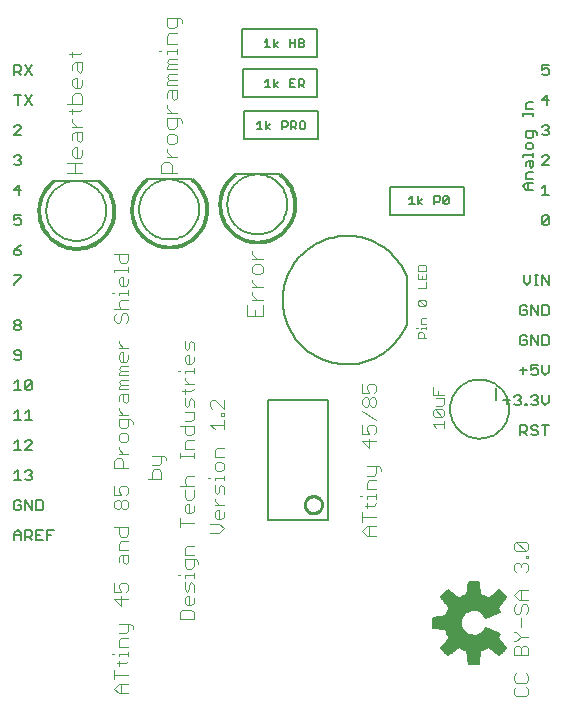
<source format=gto>
G75*
G70*
%OFA0B0*%
%FSLAX24Y24*%
%IPPOS*%
%LPD*%
%AMOC8*
5,1,8,0,0,1.08239X$1,22.5*
%
%ADD10C,0.0040*%
%ADD11C,0.0030*%
%ADD12C,0.0060*%
%ADD13C,0.0080*%
%ADD14C,0.0100*%
%ADD15C,0.0059*%
%ADD16C,0.0050*%
%ADD17C,0.0010*%
D10*
X005524Y006994D02*
X005371Y007148D01*
X005524Y007301D01*
X005831Y007301D01*
X005601Y007301D02*
X005601Y006994D01*
X005524Y006994D02*
X005831Y006994D01*
X005831Y007608D02*
X005371Y007608D01*
X005371Y007455D02*
X005371Y007762D01*
X005524Y007915D02*
X005524Y008069D01*
X005448Y007992D02*
X005754Y007992D01*
X005831Y008069D01*
X005831Y008222D02*
X005831Y008376D01*
X005831Y008299D02*
X005524Y008299D01*
X005524Y008222D01*
X005371Y008299D02*
X005294Y008299D01*
X005524Y008529D02*
X005524Y008759D01*
X005601Y008836D01*
X005831Y008836D01*
X005754Y008989D02*
X005831Y009066D01*
X005831Y009296D01*
X005908Y009296D02*
X005985Y009219D01*
X005985Y009143D01*
X005908Y009296D02*
X005524Y009296D01*
X005524Y008989D02*
X005754Y008989D01*
X005831Y008529D02*
X005524Y008529D01*
X005601Y009910D02*
X005601Y010217D01*
X005601Y010370D02*
X005524Y010524D01*
X005524Y010601D01*
X005601Y010677D01*
X005754Y010677D01*
X005831Y010601D01*
X005831Y010447D01*
X005754Y010370D01*
X005601Y010370D02*
X005371Y010370D01*
X005371Y010677D01*
X005371Y010140D02*
X005601Y009910D01*
X005831Y010140D02*
X005371Y010140D01*
X005754Y011291D02*
X005678Y011368D01*
X005678Y011598D01*
X005601Y011598D02*
X005831Y011598D01*
X005831Y011368D01*
X005754Y011291D01*
X005524Y011368D02*
X005524Y011521D01*
X005601Y011598D01*
X005524Y011751D02*
X005524Y011982D01*
X005601Y012058D01*
X005831Y012058D01*
X005754Y012212D02*
X005831Y012289D01*
X005831Y012519D01*
X005371Y012519D01*
X005524Y012519D02*
X005524Y012289D01*
X005601Y012212D01*
X005754Y012212D01*
X005831Y011751D02*
X005524Y011751D01*
X005524Y013133D02*
X005448Y013133D01*
X005371Y013209D01*
X005371Y013363D01*
X005448Y013439D01*
X005524Y013439D01*
X005601Y013363D01*
X005601Y013209D01*
X005524Y013133D01*
X005601Y013209D02*
X005678Y013133D01*
X005754Y013133D01*
X005831Y013209D01*
X005831Y013363D01*
X005754Y013439D01*
X005678Y013439D01*
X005601Y013363D01*
X005601Y013593D02*
X005524Y013746D01*
X005524Y013823D01*
X005601Y013900D01*
X005754Y013900D01*
X005831Y013823D01*
X005831Y013670D01*
X005754Y013593D01*
X005601Y013593D02*
X005371Y013593D01*
X005371Y013900D01*
X005371Y014514D02*
X005371Y014744D01*
X005448Y014820D01*
X005601Y014820D01*
X005678Y014744D01*
X005678Y014514D01*
X005831Y014514D02*
X005371Y014514D01*
X005524Y014974D02*
X005831Y014974D01*
X005678Y014974D02*
X005524Y015127D01*
X005524Y015204D01*
X005601Y015358D02*
X005524Y015434D01*
X005524Y015588D01*
X005601Y015664D01*
X005754Y015664D01*
X005831Y015588D01*
X005831Y015434D01*
X005754Y015358D01*
X005601Y015358D01*
X005601Y015818D02*
X005524Y015895D01*
X005524Y016125D01*
X005908Y016125D01*
X005985Y016048D01*
X005985Y015971D01*
X005831Y015895D02*
X005831Y016125D01*
X005831Y016278D02*
X005524Y016278D01*
X005524Y016432D02*
X005524Y016508D01*
X005524Y016432D02*
X005678Y016278D01*
X005754Y016662D02*
X005678Y016739D01*
X005678Y016969D01*
X005601Y016969D02*
X005831Y016969D01*
X005831Y016739D01*
X005754Y016662D01*
X005524Y016739D02*
X005524Y016892D01*
X005601Y016969D01*
X005524Y017122D02*
X005524Y017199D01*
X005601Y017276D01*
X005524Y017352D01*
X005601Y017429D01*
X005831Y017429D01*
X005831Y017276D02*
X005601Y017276D01*
X005524Y017122D02*
X005831Y017122D01*
X005831Y017583D02*
X005524Y017583D01*
X005524Y017659D01*
X005601Y017736D01*
X005524Y017813D01*
X005601Y017889D01*
X005831Y017889D01*
X005831Y017736D02*
X005601Y017736D01*
X005601Y018043D02*
X005524Y018120D01*
X005524Y018273D01*
X005601Y018350D01*
X005678Y018350D01*
X005678Y018043D01*
X005754Y018043D02*
X005601Y018043D01*
X005754Y018043D02*
X005831Y018120D01*
X005831Y018273D01*
X005831Y018503D02*
X005524Y018503D01*
X005524Y018657D02*
X005524Y018733D01*
X005524Y018657D02*
X005678Y018503D01*
X005754Y019347D02*
X005831Y019424D01*
X005831Y019577D01*
X005754Y019654D01*
X005678Y019654D01*
X005601Y019577D01*
X005601Y019424D01*
X005524Y019347D01*
X005448Y019347D01*
X005371Y019424D01*
X005371Y019577D01*
X005448Y019654D01*
X005371Y019808D02*
X005831Y019808D01*
X005601Y019808D02*
X005524Y019884D01*
X005524Y020038D01*
X005601Y020115D01*
X005831Y020115D01*
X005831Y020268D02*
X005831Y020421D01*
X005831Y020345D02*
X005524Y020345D01*
X005524Y020268D01*
X005371Y020345D02*
X005294Y020345D01*
X005524Y020652D02*
X005524Y020805D01*
X005601Y020882D01*
X005678Y020882D01*
X005678Y020575D01*
X005754Y020575D02*
X005601Y020575D01*
X005524Y020652D01*
X005754Y020575D02*
X005831Y020652D01*
X005831Y020805D01*
X005831Y021035D02*
X005831Y021189D01*
X005831Y021112D02*
X005371Y021112D01*
X005371Y021035D01*
X005601Y021342D02*
X005524Y021419D01*
X005524Y021649D01*
X005371Y021649D02*
X005831Y021649D01*
X005831Y021419D01*
X005754Y021342D01*
X005601Y021342D01*
X007714Y018743D02*
X007714Y018513D01*
X007791Y018436D01*
X007868Y018513D01*
X007868Y018666D01*
X007945Y018743D01*
X008021Y018666D01*
X008021Y018436D01*
X007868Y018282D02*
X007791Y018282D01*
X007714Y018206D01*
X007714Y018052D01*
X007791Y017976D01*
X007945Y017976D01*
X008021Y018052D01*
X008021Y018206D01*
X007868Y018282D02*
X007868Y017976D01*
X008021Y017822D02*
X008021Y017669D01*
X008021Y017745D02*
X007714Y017745D01*
X007714Y017669D01*
X007714Y017515D02*
X007714Y017439D01*
X007868Y017285D01*
X008021Y017285D02*
X007714Y017285D01*
X007714Y017132D02*
X007714Y016978D01*
X007638Y017055D02*
X007945Y017055D01*
X008021Y017132D01*
X007945Y016825D02*
X007868Y016748D01*
X007868Y016595D01*
X007791Y016518D01*
X007714Y016595D01*
X007714Y016825D01*
X007945Y016825D02*
X008021Y016748D01*
X008021Y016518D01*
X008021Y016364D02*
X007714Y016364D01*
X007714Y016057D02*
X007945Y016057D01*
X008021Y016134D01*
X008021Y016364D01*
X008021Y015904D02*
X007561Y015904D01*
X007714Y015904D02*
X007714Y015674D01*
X007791Y015597D01*
X007945Y015597D01*
X008021Y015674D01*
X008021Y015904D01*
X008021Y015444D02*
X007791Y015444D01*
X007714Y015367D01*
X007714Y015137D01*
X008021Y015137D01*
X008021Y014983D02*
X008021Y014830D01*
X008021Y014907D02*
X007561Y014907D01*
X007561Y014983D02*
X007561Y014830D01*
X007093Y014835D02*
X007093Y014758D01*
X007093Y014835D02*
X007016Y014912D01*
X006633Y014912D01*
X006633Y014605D02*
X006863Y014605D01*
X006940Y014682D01*
X006940Y014912D01*
X006863Y014451D02*
X006710Y014451D01*
X006633Y014375D01*
X006633Y014145D01*
X006479Y014145D02*
X006940Y014145D01*
X006940Y014375D01*
X006863Y014451D01*
X007561Y013909D02*
X008021Y013909D01*
X008021Y013756D02*
X008021Y013526D01*
X007945Y013449D01*
X007791Y013449D01*
X007714Y013526D01*
X007714Y013756D01*
X007791Y013909D02*
X007714Y013986D01*
X007714Y014139D01*
X007791Y014216D01*
X008021Y014216D01*
X008485Y014171D02*
X008561Y014171D01*
X008715Y014171D02*
X008715Y014095D01*
X008715Y014171D02*
X009022Y014171D01*
X009022Y014095D02*
X009022Y014248D01*
X008945Y014402D02*
X009022Y014478D01*
X009022Y014632D01*
X008945Y014708D01*
X008792Y014708D01*
X008715Y014632D01*
X008715Y014478D01*
X008792Y014402D01*
X008945Y014402D01*
X008945Y013941D02*
X008868Y013864D01*
X008868Y013711D01*
X008792Y013634D01*
X008715Y013711D01*
X008715Y013941D01*
X008945Y013941D02*
X009022Y013864D01*
X009022Y013634D01*
X008715Y013481D02*
X008715Y013404D01*
X008868Y013251D01*
X008715Y013251D02*
X009022Y013251D01*
X008868Y013097D02*
X008868Y012790D01*
X008792Y012790D02*
X008715Y012867D01*
X008715Y013021D01*
X008792Y013097D01*
X008868Y013097D01*
X009022Y013021D02*
X009022Y012867D01*
X008945Y012790D01*
X008792Y012790D01*
X008868Y012637D02*
X008561Y012637D01*
X008868Y012637D02*
X009022Y012483D01*
X008868Y012330D01*
X008561Y012330D01*
X008098Y011454D02*
X007714Y011454D01*
X007714Y011224D01*
X007791Y011147D01*
X007945Y011147D01*
X008021Y011224D01*
X008021Y011454D01*
X008098Y011454D02*
X008175Y011377D01*
X008175Y011300D01*
X008021Y010994D02*
X008021Y010840D01*
X008021Y010917D02*
X007714Y010917D01*
X007714Y010840D01*
X007714Y010687D02*
X007714Y010456D01*
X007791Y010380D01*
X007868Y010456D01*
X007868Y010610D01*
X007945Y010687D01*
X008021Y010610D01*
X008021Y010380D01*
X007868Y010226D02*
X007868Y009919D01*
X007945Y009919D02*
X007791Y009919D01*
X007714Y009996D01*
X007714Y010150D01*
X007791Y010226D01*
X007868Y010226D01*
X008021Y010150D02*
X008021Y009996D01*
X007945Y009919D01*
X007945Y009766D02*
X007638Y009766D01*
X007561Y009689D01*
X007561Y009459D01*
X008021Y009459D01*
X008021Y009689D01*
X007945Y009766D01*
X007561Y010917D02*
X007484Y010917D01*
X007714Y011607D02*
X007714Y011838D01*
X007791Y011914D01*
X008021Y011914D01*
X008021Y011607D02*
X007714Y011607D01*
X007561Y012528D02*
X007561Y012835D01*
X007561Y012682D02*
X008021Y012682D01*
X007945Y012988D02*
X007791Y012988D01*
X007714Y013065D01*
X007714Y013219D01*
X007791Y013295D01*
X007868Y013295D01*
X007868Y012988D01*
X007945Y012988D02*
X008021Y013065D01*
X008021Y013219D01*
X008715Y014862D02*
X008715Y015092D01*
X008792Y015169D01*
X009022Y015169D01*
X009022Y014862D02*
X008715Y014862D01*
X008715Y015783D02*
X008561Y015936D01*
X009022Y015936D01*
X009022Y015783D02*
X009022Y016090D01*
X009022Y016243D02*
X009022Y016320D01*
X008945Y016320D01*
X008945Y016243D01*
X009022Y016243D01*
X009022Y016473D02*
X008715Y016780D01*
X008638Y016780D01*
X008561Y016703D01*
X008561Y016550D01*
X008638Y016473D01*
X009022Y016473D02*
X009022Y016780D01*
X007561Y017745D02*
X007484Y017745D01*
X005831Y015895D02*
X005754Y015818D01*
X005601Y015818D01*
X009792Y019576D02*
X010312Y019576D01*
X010312Y019923D01*
X010312Y020092D02*
X009965Y020092D01*
X009965Y020266D02*
X009965Y020352D01*
X009965Y020266D02*
X010139Y020092D01*
X010052Y019750D02*
X010052Y019576D01*
X009792Y019576D02*
X009792Y019923D01*
X009965Y020522D02*
X010312Y020522D01*
X010139Y020522D02*
X009965Y020695D01*
X009965Y020782D01*
X010052Y020951D02*
X009965Y021038D01*
X009965Y021212D01*
X010052Y021298D01*
X010225Y021298D01*
X010312Y021212D01*
X010312Y021038D01*
X010225Y020951D01*
X010052Y020951D01*
X010139Y021467D02*
X009965Y021641D01*
X009965Y021727D01*
X009965Y021467D02*
X010312Y021467D01*
X007460Y024348D02*
X006940Y024348D01*
X006940Y024608D01*
X007026Y024695D01*
X007200Y024695D01*
X007287Y024608D01*
X007287Y024348D01*
X007287Y024864D02*
X007113Y025037D01*
X007113Y025124D01*
X007200Y025293D02*
X007113Y025380D01*
X007113Y025554D01*
X007200Y025640D01*
X007373Y025640D01*
X007460Y025554D01*
X007460Y025380D01*
X007373Y025293D01*
X007200Y025293D01*
X007200Y025809D02*
X007373Y025809D01*
X007460Y025896D01*
X007460Y026156D01*
X007547Y026156D02*
X007113Y026156D01*
X007113Y025896D01*
X007200Y025809D01*
X007547Y026156D02*
X007633Y026069D01*
X007633Y025983D01*
X007460Y026325D02*
X007113Y026325D01*
X007113Y026498D02*
X007113Y026585D01*
X007113Y026498D02*
X007287Y026325D01*
X007373Y026754D02*
X007287Y026841D01*
X007287Y027101D01*
X007200Y027101D02*
X007460Y027101D01*
X007460Y026841D01*
X007373Y026754D01*
X007113Y026841D02*
X007113Y027015D01*
X007200Y027101D01*
X007113Y027270D02*
X007113Y027357D01*
X007200Y027444D01*
X007113Y027530D01*
X007200Y027617D01*
X007460Y027617D01*
X007460Y027786D02*
X007113Y027786D01*
X007113Y027872D01*
X007200Y027959D01*
X007113Y028046D01*
X007200Y028133D01*
X007460Y028133D01*
X007460Y028301D02*
X007460Y028475D01*
X007460Y028388D02*
X007113Y028388D01*
X007113Y028301D01*
X006940Y028388D02*
X006853Y028388D01*
X007113Y028645D02*
X007113Y028905D01*
X007200Y028992D01*
X007460Y028992D01*
X007373Y029161D02*
X007460Y029247D01*
X007460Y029508D01*
X007547Y029508D02*
X007113Y029508D01*
X007113Y029247D01*
X007200Y029161D01*
X007373Y029161D01*
X007633Y029334D02*
X007633Y029421D01*
X007547Y029508D01*
X007460Y028645D02*
X007113Y028645D01*
X007200Y027959D02*
X007460Y027959D01*
X007460Y027444D02*
X007200Y027444D01*
X007113Y027270D02*
X007460Y027270D01*
X007460Y024864D02*
X007113Y024864D01*
X004306Y024931D02*
X004219Y024845D01*
X004046Y024845D01*
X003959Y024931D01*
X003959Y025105D01*
X004046Y025192D01*
X004133Y025192D01*
X004133Y024845D01*
X004046Y024676D02*
X004046Y024329D01*
X004306Y024329D02*
X003786Y024329D01*
X003786Y024676D02*
X004306Y024676D01*
X004306Y024931D02*
X004306Y025105D01*
X004219Y025360D02*
X004133Y025447D01*
X004133Y025707D01*
X004046Y025707D02*
X004306Y025707D01*
X004306Y025447D01*
X004219Y025360D01*
X003959Y025447D02*
X003959Y025621D01*
X004046Y025707D01*
X004133Y025876D02*
X003959Y026049D01*
X003959Y026136D01*
X003959Y026306D02*
X003959Y026479D01*
X003872Y026392D02*
X004219Y026392D01*
X004306Y026479D01*
X004306Y026649D02*
X004306Y026910D01*
X004219Y026996D01*
X004046Y026996D01*
X003959Y026910D01*
X003959Y026649D01*
X003786Y026649D02*
X004306Y026649D01*
X004219Y027165D02*
X004046Y027165D01*
X003959Y027252D01*
X003959Y027425D01*
X004046Y027512D01*
X004133Y027512D01*
X004133Y027165D01*
X004219Y027165D02*
X004306Y027252D01*
X004306Y027425D01*
X004219Y027681D02*
X004133Y027767D01*
X004133Y028028D01*
X004046Y028028D02*
X004306Y028028D01*
X004306Y027767D01*
X004219Y027681D01*
X003959Y027767D02*
X003959Y027941D01*
X004046Y028028D01*
X003959Y028196D02*
X003959Y028370D01*
X003872Y028283D02*
X004219Y028283D01*
X004306Y028370D01*
X004306Y025876D02*
X003959Y025876D01*
X013568Y013553D02*
X013645Y013553D01*
X013798Y013553D02*
X014105Y013553D01*
X014105Y013476D02*
X014105Y013630D01*
X014105Y013783D02*
X013798Y013783D01*
X013798Y014013D01*
X013875Y014090D01*
X014105Y014090D01*
X014029Y014244D02*
X014105Y014320D01*
X014105Y014550D01*
X014182Y014550D02*
X014259Y014474D01*
X014259Y014397D01*
X014182Y014550D02*
X013798Y014550D01*
X013798Y014244D02*
X014029Y014244D01*
X013798Y013553D02*
X013798Y013476D01*
X013798Y013323D02*
X013798Y013169D01*
X013722Y013246D02*
X014029Y013246D01*
X014105Y013323D01*
X014105Y012863D02*
X013645Y012863D01*
X013645Y013016D02*
X013645Y012709D01*
X013798Y012556D02*
X014105Y012556D01*
X013875Y012556D02*
X013875Y012249D01*
X013798Y012249D02*
X013645Y012402D01*
X013798Y012556D01*
X013798Y012249D02*
X014105Y012249D01*
X013875Y015164D02*
X013875Y015471D01*
X013875Y015625D02*
X013798Y015778D01*
X013798Y015855D01*
X013875Y015932D01*
X014029Y015932D01*
X014105Y015855D01*
X014105Y015701D01*
X014029Y015625D01*
X013875Y015625D02*
X013645Y015625D01*
X013645Y015932D01*
X013645Y015394D02*
X013875Y015164D01*
X014105Y015394D02*
X013645Y015394D01*
X014105Y016085D02*
X013645Y016392D01*
X013722Y016545D02*
X013798Y016545D01*
X013875Y016622D01*
X013875Y016776D01*
X013952Y016852D01*
X014029Y016852D01*
X014105Y016776D01*
X014105Y016622D01*
X014029Y016545D01*
X013952Y016545D01*
X013875Y016622D01*
X013875Y016776D02*
X013798Y016852D01*
X013722Y016852D01*
X013645Y016776D01*
X013645Y016622D01*
X013722Y016545D01*
X013645Y017006D02*
X013875Y017006D01*
X013798Y017159D01*
X013798Y017236D01*
X013875Y017313D01*
X014029Y017313D01*
X014105Y017236D01*
X014105Y017082D01*
X014029Y017006D01*
X013645Y017006D02*
X013645Y017313D01*
X018778Y012027D02*
X018701Y011950D01*
X018701Y011797D01*
X018778Y011720D01*
X019085Y011720D01*
X018778Y012027D01*
X019085Y012027D01*
X019162Y011950D01*
X019162Y011797D01*
X019085Y011720D01*
X019085Y011566D02*
X019162Y011566D01*
X019162Y011490D01*
X019085Y011490D01*
X019085Y011566D01*
X019085Y011336D02*
X019162Y011259D01*
X019162Y011106D01*
X019085Y011029D01*
X018931Y011183D02*
X018931Y011259D01*
X019008Y011336D01*
X019085Y011336D01*
X018931Y011259D02*
X018855Y011336D01*
X018778Y011336D01*
X018701Y011259D01*
X018701Y011106D01*
X018778Y011029D01*
X018855Y010416D02*
X018701Y010262D01*
X018855Y010109D01*
X019162Y010109D01*
X019085Y009955D02*
X019162Y009878D01*
X019162Y009725D01*
X019085Y009648D01*
X018931Y009725D02*
X018931Y009878D01*
X019008Y009955D01*
X019085Y009955D01*
X018931Y010109D02*
X018931Y010416D01*
X018855Y010416D02*
X019162Y010416D01*
X018778Y009955D02*
X018701Y009878D01*
X018701Y009725D01*
X018778Y009648D01*
X018855Y009648D01*
X018931Y009725D01*
X018931Y009495D02*
X018931Y009188D01*
X018778Y009034D02*
X018701Y009034D01*
X018778Y009034D02*
X018931Y008881D01*
X019162Y008881D01*
X018931Y008881D02*
X018778Y008728D01*
X018701Y008728D01*
X018778Y008574D02*
X018701Y008497D01*
X018701Y008267D01*
X019162Y008267D01*
X019162Y008497D01*
X019085Y008574D01*
X019008Y008574D01*
X018931Y008497D01*
X018931Y008267D01*
X018931Y008497D02*
X018855Y008574D01*
X018778Y008574D01*
X018778Y007653D02*
X018701Y007577D01*
X018701Y007423D01*
X018778Y007346D01*
X019085Y007346D01*
X019162Y007423D01*
X019162Y007577D01*
X019085Y007653D01*
X019085Y007193D02*
X019162Y007116D01*
X019162Y006963D01*
X019085Y006886D01*
X018778Y006886D01*
X018701Y006963D01*
X018701Y007116D01*
X018778Y007193D01*
D11*
X016354Y015835D02*
X016354Y016082D01*
X016354Y015959D02*
X015984Y015959D01*
X016108Y015835D01*
X016046Y016204D02*
X015984Y016265D01*
X015984Y016389D01*
X016046Y016450D01*
X016293Y016204D01*
X016354Y016265D01*
X016354Y016389D01*
X016293Y016450D01*
X016046Y016450D01*
X016108Y016572D02*
X016293Y016572D01*
X016354Y016634D01*
X016354Y016819D01*
X016108Y016819D01*
X016169Y016940D02*
X016169Y017064D01*
X015984Y016940D02*
X015984Y017187D01*
X015984Y016940D02*
X016354Y016940D01*
X016293Y016204D02*
X016046Y016204D01*
X015778Y018823D02*
X015488Y018823D01*
X015488Y018968D01*
X015537Y019016D01*
X015633Y019016D01*
X015682Y018968D01*
X015682Y018823D01*
X015778Y019117D02*
X015778Y019214D01*
X015778Y019166D02*
X015585Y019166D01*
X015585Y019117D01*
X015488Y019166D02*
X015440Y019166D01*
X015585Y019314D02*
X015585Y019459D01*
X015633Y019507D01*
X015778Y019507D01*
X015778Y019314D02*
X015585Y019314D01*
X015537Y019903D02*
X015488Y019951D01*
X015488Y020048D01*
X015537Y020096D01*
X015730Y019903D01*
X015778Y019951D01*
X015778Y020048D01*
X015730Y020096D01*
X015537Y020096D01*
X015537Y019903D02*
X015730Y019903D01*
X015778Y020492D02*
X015488Y020492D01*
X015778Y020492D02*
X015778Y020686D01*
X015778Y020787D02*
X015488Y020787D01*
X015488Y020980D01*
X015488Y021082D02*
X015488Y021227D01*
X015537Y021275D01*
X015730Y021275D01*
X015778Y021227D01*
X015778Y021082D01*
X015488Y021082D01*
X015633Y020884D02*
X015633Y020787D01*
X015778Y020787D02*
X015778Y020980D01*
D12*
X018450Y016873D02*
X018450Y016647D01*
X018563Y016760D02*
X018336Y016760D01*
X018705Y016873D02*
X018761Y016930D01*
X018875Y016930D01*
X018932Y016873D01*
X018932Y016817D01*
X018875Y016760D01*
X018932Y016703D01*
X018932Y016647D01*
X018875Y016590D01*
X018761Y016590D01*
X018705Y016647D01*
X018818Y016760D02*
X018875Y016760D01*
X019073Y016647D02*
X019130Y016647D01*
X019130Y016590D01*
X019073Y016590D01*
X019073Y016647D01*
X019257Y016647D02*
X019314Y016590D01*
X019427Y016590D01*
X019484Y016647D01*
X019484Y016703D01*
X019427Y016760D01*
X019371Y016760D01*
X019427Y016760D02*
X019484Y016817D01*
X019484Y016873D01*
X019427Y016930D01*
X019314Y016930D01*
X019257Y016873D01*
X019625Y016930D02*
X019625Y016703D01*
X019739Y016590D01*
X019852Y016703D01*
X019852Y016930D01*
X019739Y017590D02*
X019852Y017703D01*
X019852Y017930D01*
X019626Y017930D02*
X019626Y017703D01*
X019739Y017590D01*
X019484Y017647D02*
X019484Y017760D01*
X019427Y017817D01*
X019371Y017817D01*
X019257Y017760D01*
X019257Y017930D01*
X019484Y017930D01*
X019484Y017647D02*
X019427Y017590D01*
X019314Y017590D01*
X019257Y017647D01*
X019116Y017760D02*
X018889Y017760D01*
X019002Y017873D02*
X019002Y017647D01*
X018946Y018590D02*
X019059Y018590D01*
X019116Y018647D01*
X019116Y018760D01*
X019002Y018760D01*
X018889Y018873D02*
X018946Y018930D01*
X019059Y018930D01*
X019116Y018873D01*
X019257Y018930D02*
X019257Y018590D01*
X019484Y018590D02*
X019257Y018930D01*
X019484Y018930D02*
X019484Y018590D01*
X019626Y018590D02*
X019626Y018930D01*
X019796Y018930D01*
X019852Y018873D01*
X019852Y018647D01*
X019796Y018590D01*
X019626Y018590D01*
X018946Y018590D02*
X018889Y018647D01*
X018889Y018873D01*
X018946Y019590D02*
X018889Y019647D01*
X018889Y019873D01*
X018946Y019930D01*
X019059Y019930D01*
X019116Y019873D01*
X019116Y019760D02*
X019002Y019760D01*
X019116Y019760D02*
X019116Y019647D01*
X019059Y019590D01*
X018946Y019590D01*
X019257Y019590D02*
X019257Y019930D01*
X019484Y019590D01*
X019484Y019930D01*
X019626Y019930D02*
X019626Y019590D01*
X019796Y019590D01*
X019852Y019647D01*
X019852Y019873D01*
X019796Y019930D01*
X019626Y019930D01*
X019625Y020590D02*
X019625Y020930D01*
X019852Y020590D01*
X019852Y020930D01*
X019493Y020930D02*
X019380Y020930D01*
X019437Y020930D02*
X019437Y020590D01*
X019493Y020590D02*
X019380Y020590D01*
X019239Y020703D02*
X019239Y020930D01*
X019239Y020703D02*
X019125Y020590D01*
X019012Y020703D01*
X019012Y020930D01*
X019682Y022590D02*
X019626Y022647D01*
X019852Y022873D01*
X019852Y022647D01*
X019796Y022590D01*
X019682Y022590D01*
X019626Y022647D02*
X019626Y022873D01*
X019682Y022930D01*
X019796Y022930D01*
X019852Y022873D01*
X019852Y023590D02*
X019626Y023590D01*
X019739Y023590D02*
X019739Y023930D01*
X019626Y023817D01*
X019334Y023771D02*
X019107Y023771D01*
X018994Y023884D01*
X019107Y023997D01*
X019334Y023997D01*
X019334Y024139D02*
X019107Y024139D01*
X019107Y024309D01*
X019164Y024366D01*
X019334Y024366D01*
X019277Y024507D02*
X019220Y024564D01*
X019220Y024734D01*
X019164Y024734D02*
X019334Y024734D01*
X019334Y024564D01*
X019277Y024507D01*
X019107Y024564D02*
X019107Y024677D01*
X019164Y024734D01*
X019334Y024876D02*
X019334Y024989D01*
X019334Y024932D02*
X018994Y024932D01*
X018994Y024876D01*
X019164Y025121D02*
X019277Y025121D01*
X019334Y025178D01*
X019334Y025291D01*
X019277Y025348D01*
X019164Y025348D01*
X019107Y025291D01*
X019107Y025178D01*
X019164Y025121D01*
X019164Y025489D02*
X019277Y025489D01*
X019334Y025546D01*
X019334Y025716D01*
X019391Y025716D02*
X019107Y025716D01*
X019107Y025546D01*
X019164Y025489D01*
X019447Y025603D02*
X019447Y025659D01*
X019391Y025716D01*
X019626Y025647D02*
X019682Y025590D01*
X019796Y025590D01*
X019852Y025647D01*
X019852Y025703D01*
X019796Y025760D01*
X019739Y025760D01*
X019796Y025760D02*
X019852Y025817D01*
X019852Y025873D01*
X019796Y025930D01*
X019682Y025930D01*
X019626Y025873D01*
X019334Y026226D02*
X019334Y026339D01*
X019334Y026283D02*
X018994Y026283D01*
X018994Y026339D02*
X018994Y026226D01*
X019107Y026471D02*
X019107Y026642D01*
X019164Y026698D01*
X019334Y026698D01*
X019334Y026471D02*
X019107Y026471D01*
X019626Y026760D02*
X019852Y026760D01*
X019796Y026930D02*
X019626Y026760D01*
X019796Y026590D02*
X019796Y026930D01*
X019796Y027590D02*
X019682Y027590D01*
X019626Y027647D01*
X019626Y027760D02*
X019739Y027817D01*
X019796Y027817D01*
X019852Y027760D01*
X019852Y027647D01*
X019796Y027590D01*
X019626Y027760D02*
X019626Y027930D01*
X019852Y027930D01*
X019796Y024930D02*
X019682Y024930D01*
X019626Y024873D01*
X019796Y024930D02*
X019852Y024873D01*
X019852Y024817D01*
X019626Y024590D01*
X019852Y024590D01*
X019164Y023997D02*
X019164Y023771D01*
X019059Y015930D02*
X018889Y015930D01*
X018889Y015590D01*
X018889Y015703D02*
X019059Y015703D01*
X019116Y015760D01*
X019116Y015873D01*
X019059Y015930D01*
X019257Y015873D02*
X019257Y015817D01*
X019314Y015760D01*
X019427Y015760D01*
X019484Y015703D01*
X019484Y015647D01*
X019427Y015590D01*
X019314Y015590D01*
X019257Y015647D01*
X019116Y015590D02*
X019002Y015703D01*
X019257Y015873D02*
X019314Y015930D01*
X019427Y015930D01*
X019484Y015873D01*
X019626Y015930D02*
X019852Y015930D01*
X019739Y015930D02*
X019739Y015590D01*
X009138Y023285D02*
X009140Y023348D01*
X009146Y023410D01*
X009156Y023472D01*
X009169Y023534D01*
X009187Y023594D01*
X009208Y023653D01*
X009233Y023711D01*
X009262Y023767D01*
X009294Y023821D01*
X009329Y023873D01*
X009367Y023922D01*
X009409Y023970D01*
X009453Y024014D01*
X009501Y024056D01*
X009550Y024094D01*
X009602Y024129D01*
X009656Y024161D01*
X009712Y024190D01*
X009770Y024215D01*
X009829Y024236D01*
X009889Y024254D01*
X009951Y024267D01*
X010013Y024277D01*
X010075Y024283D01*
X010138Y024285D01*
X010201Y024283D01*
X010263Y024277D01*
X010325Y024267D01*
X010387Y024254D01*
X010447Y024236D01*
X010506Y024215D01*
X010564Y024190D01*
X010620Y024161D01*
X010674Y024129D01*
X010726Y024094D01*
X010775Y024056D01*
X010823Y024014D01*
X010867Y023970D01*
X010909Y023922D01*
X010947Y023873D01*
X010982Y023821D01*
X011014Y023767D01*
X011043Y023711D01*
X011068Y023653D01*
X011089Y023594D01*
X011107Y023534D01*
X011120Y023472D01*
X011130Y023410D01*
X011136Y023348D01*
X011138Y023285D01*
X011136Y023222D01*
X011130Y023160D01*
X011120Y023098D01*
X011107Y023036D01*
X011089Y022976D01*
X011068Y022917D01*
X011043Y022859D01*
X011014Y022803D01*
X010982Y022749D01*
X010947Y022697D01*
X010909Y022648D01*
X010867Y022600D01*
X010823Y022556D01*
X010775Y022514D01*
X010726Y022476D01*
X010674Y022441D01*
X010620Y022409D01*
X010564Y022380D01*
X010506Y022355D01*
X010447Y022334D01*
X010387Y022316D01*
X010325Y022303D01*
X010263Y022293D01*
X010201Y022287D01*
X010138Y022285D01*
X010075Y022287D01*
X010013Y022293D01*
X009951Y022303D01*
X009889Y022316D01*
X009829Y022334D01*
X009770Y022355D01*
X009712Y022380D01*
X009656Y022409D01*
X009602Y022441D01*
X009550Y022476D01*
X009501Y022514D01*
X009453Y022556D01*
X009409Y022600D01*
X009367Y022648D01*
X009329Y022697D01*
X009294Y022749D01*
X009262Y022803D01*
X009233Y022859D01*
X009208Y022917D01*
X009187Y022976D01*
X009169Y023036D01*
X009156Y023098D01*
X009146Y023160D01*
X009140Y023222D01*
X009138Y023285D01*
X006200Y023118D02*
X006202Y023181D01*
X006208Y023243D01*
X006218Y023305D01*
X006231Y023367D01*
X006249Y023427D01*
X006270Y023486D01*
X006295Y023544D01*
X006324Y023600D01*
X006356Y023654D01*
X006391Y023706D01*
X006429Y023755D01*
X006471Y023803D01*
X006515Y023847D01*
X006563Y023889D01*
X006612Y023927D01*
X006664Y023962D01*
X006718Y023994D01*
X006774Y024023D01*
X006832Y024048D01*
X006891Y024069D01*
X006951Y024087D01*
X007013Y024100D01*
X007075Y024110D01*
X007137Y024116D01*
X007200Y024118D01*
X007263Y024116D01*
X007325Y024110D01*
X007387Y024100D01*
X007449Y024087D01*
X007509Y024069D01*
X007568Y024048D01*
X007626Y024023D01*
X007682Y023994D01*
X007736Y023962D01*
X007788Y023927D01*
X007837Y023889D01*
X007885Y023847D01*
X007929Y023803D01*
X007971Y023755D01*
X008009Y023706D01*
X008044Y023654D01*
X008076Y023600D01*
X008105Y023544D01*
X008130Y023486D01*
X008151Y023427D01*
X008169Y023367D01*
X008182Y023305D01*
X008192Y023243D01*
X008198Y023181D01*
X008200Y023118D01*
X008198Y023055D01*
X008192Y022993D01*
X008182Y022931D01*
X008169Y022869D01*
X008151Y022809D01*
X008130Y022750D01*
X008105Y022692D01*
X008076Y022636D01*
X008044Y022582D01*
X008009Y022530D01*
X007971Y022481D01*
X007929Y022433D01*
X007885Y022389D01*
X007837Y022347D01*
X007788Y022309D01*
X007736Y022274D01*
X007682Y022242D01*
X007626Y022213D01*
X007568Y022188D01*
X007509Y022167D01*
X007449Y022149D01*
X007387Y022136D01*
X007325Y022126D01*
X007263Y022120D01*
X007200Y022118D01*
X007137Y022120D01*
X007075Y022126D01*
X007013Y022136D01*
X006951Y022149D01*
X006891Y022167D01*
X006832Y022188D01*
X006774Y022213D01*
X006718Y022242D01*
X006664Y022274D01*
X006612Y022309D01*
X006563Y022347D01*
X006515Y022389D01*
X006471Y022433D01*
X006429Y022481D01*
X006391Y022530D01*
X006356Y022582D01*
X006324Y022636D01*
X006295Y022692D01*
X006270Y022750D01*
X006249Y022809D01*
X006231Y022869D01*
X006218Y022931D01*
X006208Y022993D01*
X006202Y023055D01*
X006200Y023118D01*
X003104Y023071D02*
X003106Y023134D01*
X003112Y023196D01*
X003122Y023258D01*
X003135Y023320D01*
X003153Y023380D01*
X003174Y023439D01*
X003199Y023497D01*
X003228Y023553D01*
X003260Y023607D01*
X003295Y023659D01*
X003333Y023708D01*
X003375Y023756D01*
X003419Y023800D01*
X003467Y023842D01*
X003516Y023880D01*
X003568Y023915D01*
X003622Y023947D01*
X003678Y023976D01*
X003736Y024001D01*
X003795Y024022D01*
X003855Y024040D01*
X003917Y024053D01*
X003979Y024063D01*
X004041Y024069D01*
X004104Y024071D01*
X004167Y024069D01*
X004229Y024063D01*
X004291Y024053D01*
X004353Y024040D01*
X004413Y024022D01*
X004472Y024001D01*
X004530Y023976D01*
X004586Y023947D01*
X004640Y023915D01*
X004692Y023880D01*
X004741Y023842D01*
X004789Y023800D01*
X004833Y023756D01*
X004875Y023708D01*
X004913Y023659D01*
X004948Y023607D01*
X004980Y023553D01*
X005009Y023497D01*
X005034Y023439D01*
X005055Y023380D01*
X005073Y023320D01*
X005086Y023258D01*
X005096Y023196D01*
X005102Y023134D01*
X005104Y023071D01*
X005102Y023008D01*
X005096Y022946D01*
X005086Y022884D01*
X005073Y022822D01*
X005055Y022762D01*
X005034Y022703D01*
X005009Y022645D01*
X004980Y022589D01*
X004948Y022535D01*
X004913Y022483D01*
X004875Y022434D01*
X004833Y022386D01*
X004789Y022342D01*
X004741Y022300D01*
X004692Y022262D01*
X004640Y022227D01*
X004586Y022195D01*
X004530Y022166D01*
X004472Y022141D01*
X004413Y022120D01*
X004353Y022102D01*
X004291Y022089D01*
X004229Y022079D01*
X004167Y022073D01*
X004104Y022071D01*
X004041Y022073D01*
X003979Y022079D01*
X003917Y022089D01*
X003855Y022102D01*
X003795Y022120D01*
X003736Y022141D01*
X003678Y022166D01*
X003622Y022195D01*
X003568Y022227D01*
X003516Y022262D01*
X003467Y022300D01*
X003419Y022342D01*
X003375Y022386D01*
X003333Y022434D01*
X003295Y022483D01*
X003260Y022535D01*
X003228Y022589D01*
X003199Y022645D01*
X003174Y022703D01*
X003153Y022762D01*
X003135Y022822D01*
X003122Y022884D01*
X003112Y022946D01*
X003106Y023008D01*
X003104Y023071D01*
X002266Y022930D02*
X002039Y022930D01*
X002039Y022760D01*
X002152Y022817D01*
X002209Y022817D01*
X002266Y022760D01*
X002266Y022647D01*
X002209Y022590D01*
X002096Y022590D01*
X002039Y022647D01*
X002266Y021930D02*
X002152Y021873D01*
X002039Y021760D01*
X002209Y021760D01*
X002266Y021703D01*
X002266Y021647D01*
X002209Y021590D01*
X002096Y021590D01*
X002039Y021647D01*
X002039Y021760D01*
X002039Y020930D02*
X002266Y020930D01*
X002266Y020873D01*
X002039Y020647D01*
X002039Y020590D01*
X002096Y019430D02*
X002209Y019430D01*
X002266Y019373D01*
X002266Y019317D01*
X002209Y019260D01*
X002096Y019260D01*
X002039Y019317D01*
X002039Y019373D01*
X002096Y019430D01*
X002096Y019260D02*
X002039Y019203D01*
X002039Y019147D01*
X002096Y019090D01*
X002209Y019090D01*
X002266Y019147D01*
X002266Y019203D01*
X002209Y019260D01*
X002209Y018430D02*
X002096Y018430D01*
X002039Y018373D01*
X002039Y018317D01*
X002096Y018260D01*
X002266Y018260D01*
X002266Y018147D02*
X002266Y018373D01*
X002209Y018430D01*
X002266Y018147D02*
X002209Y018090D01*
X002096Y018090D01*
X002039Y018147D01*
X002152Y017430D02*
X002152Y017090D01*
X002039Y017090D02*
X002266Y017090D01*
X002407Y017147D02*
X002634Y017373D01*
X002634Y017147D01*
X002577Y017090D01*
X002464Y017090D01*
X002407Y017147D01*
X002407Y017373D01*
X002464Y017430D01*
X002577Y017430D01*
X002634Y017373D01*
X002152Y017430D02*
X002039Y017317D01*
X002152Y016430D02*
X002152Y016090D01*
X002039Y016090D02*
X002266Y016090D01*
X002407Y016090D02*
X002634Y016090D01*
X002521Y016090D02*
X002521Y016430D01*
X002407Y016317D01*
X002152Y016430D02*
X002039Y016317D01*
X002152Y015430D02*
X002152Y015090D01*
X002039Y015090D02*
X002266Y015090D01*
X002407Y015090D02*
X002634Y015317D01*
X002634Y015373D01*
X002577Y015430D01*
X002464Y015430D01*
X002407Y015373D01*
X002152Y015430D02*
X002039Y015317D01*
X002407Y015090D02*
X002634Y015090D01*
X002577Y014430D02*
X002634Y014373D01*
X002634Y014317D01*
X002577Y014260D01*
X002634Y014203D01*
X002634Y014147D01*
X002577Y014090D01*
X002464Y014090D01*
X002407Y014147D01*
X002266Y014090D02*
X002039Y014090D01*
X002152Y014090D02*
X002152Y014430D01*
X002039Y014317D01*
X002407Y014373D02*
X002464Y014430D01*
X002577Y014430D01*
X002577Y014260D02*
X002521Y014260D01*
X002634Y013430D02*
X002634Y013090D01*
X002407Y013430D01*
X002407Y013090D01*
X002266Y013147D02*
X002266Y013260D01*
X002152Y013260D01*
X002039Y013373D02*
X002039Y013147D01*
X002096Y013090D01*
X002209Y013090D01*
X002266Y013147D01*
X002266Y013373D02*
X002209Y013430D01*
X002096Y013430D01*
X002039Y013373D01*
X002775Y013430D02*
X002775Y013090D01*
X002946Y013090D01*
X003002Y013147D01*
X003002Y013373D01*
X002946Y013430D01*
X002775Y013430D01*
X002775Y012430D02*
X002775Y012090D01*
X003002Y012090D01*
X003144Y012090D02*
X003144Y012430D01*
X003371Y012430D01*
X003257Y012260D02*
X003144Y012260D01*
X003002Y012430D02*
X002775Y012430D01*
X002634Y012373D02*
X002634Y012260D01*
X002577Y012203D01*
X002407Y012203D01*
X002407Y012090D02*
X002407Y012430D01*
X002577Y012430D01*
X002634Y012373D01*
X002775Y012260D02*
X002889Y012260D01*
X002634Y012090D02*
X002521Y012203D01*
X002266Y012260D02*
X002039Y012260D01*
X002039Y012317D02*
X002152Y012430D01*
X002266Y012317D01*
X002266Y012090D01*
X002039Y012090D02*
X002039Y012317D01*
X002209Y023590D02*
X002209Y023930D01*
X002039Y023760D01*
X002266Y023760D01*
X002209Y024590D02*
X002096Y024590D01*
X002039Y024647D01*
X002152Y024760D02*
X002209Y024760D01*
X002266Y024703D01*
X002266Y024647D01*
X002209Y024590D01*
X002209Y024760D02*
X002266Y024817D01*
X002266Y024873D01*
X002209Y024930D01*
X002096Y024930D01*
X002039Y024873D01*
X002039Y025590D02*
X002266Y025817D01*
X002266Y025873D01*
X002209Y025930D01*
X002096Y025930D01*
X002039Y025873D01*
X002039Y025590D02*
X002266Y025590D01*
X002152Y026590D02*
X002152Y026930D01*
X002039Y026930D02*
X002266Y026930D01*
X002407Y026930D02*
X002634Y026590D01*
X002407Y026590D02*
X002634Y026930D01*
X002634Y027590D02*
X002407Y027930D01*
X002266Y027873D02*
X002266Y027760D01*
X002209Y027703D01*
X002039Y027703D01*
X002039Y027590D02*
X002039Y027930D01*
X002209Y027930D01*
X002266Y027873D01*
X002152Y027703D02*
X002266Y027590D01*
X002407Y027590D02*
X002634Y027930D01*
D13*
X003354Y024071D02*
X004854Y024071D01*
X006450Y024118D02*
X007950Y024118D01*
X009388Y024285D02*
X010888Y024285D01*
X009684Y025459D02*
X009684Y026404D01*
X012165Y026404D01*
X012165Y025459D01*
X009684Y025459D01*
X009649Y026858D02*
X009649Y027803D01*
X012129Y027803D01*
X012129Y026858D01*
X009649Y026858D01*
X009644Y028197D02*
X009644Y029142D01*
X012125Y029142D01*
X012125Y028197D01*
X009644Y028197D01*
X014547Y023861D02*
X014547Y022917D01*
X017027Y022917D01*
X017027Y023861D01*
X014547Y023861D01*
X015124Y020881D02*
X015124Y019306D01*
X015083Y019209D01*
X015038Y019115D01*
X014987Y019023D01*
X014933Y018933D01*
X014874Y018846D01*
X014811Y018763D01*
X014744Y018682D01*
X014673Y018605D01*
X014598Y018531D01*
X014520Y018462D01*
X014439Y018396D01*
X014354Y018334D01*
X014266Y018276D01*
X014176Y018223D01*
X014083Y018174D01*
X013988Y018130D01*
X013891Y018090D01*
X013792Y018055D01*
X013692Y018025D01*
X013590Y018001D01*
X013487Y017981D01*
X013383Y017966D01*
X013279Y017956D01*
X013174Y017951D01*
X013070Y017952D01*
X012965Y017958D01*
X012861Y017968D01*
X012757Y017984D01*
X012654Y018005D01*
X012553Y018031D01*
X012452Y018062D01*
X012354Y018097D01*
X012257Y018138D01*
X012163Y018183D01*
X012070Y018233D01*
X011981Y018287D01*
X011894Y018345D01*
X011810Y018408D01*
X011729Y018475D01*
X011651Y018545D01*
X011577Y018620D01*
X011507Y018697D01*
X011441Y018779D01*
X011378Y018863D01*
X011320Y018950D01*
X011267Y019040D01*
X011217Y019133D01*
X011173Y019227D01*
X011133Y019324D01*
X011097Y019423D01*
X011067Y019523D01*
X011042Y019625D01*
X011021Y019728D01*
X011006Y019832D01*
X010996Y019936D01*
X010991Y020041D01*
X010991Y020145D01*
X010996Y020250D01*
X011006Y020354D01*
X011021Y020458D01*
X011042Y020561D01*
X011067Y020663D01*
X011097Y020763D01*
X011133Y020862D01*
X011173Y020959D01*
X011217Y021053D01*
X011267Y021146D01*
X011320Y021236D01*
X011378Y021323D01*
X011441Y021407D01*
X011507Y021489D01*
X011577Y021566D01*
X011651Y021641D01*
X011729Y021711D01*
X011810Y021778D01*
X011894Y021841D01*
X011981Y021899D01*
X012070Y021953D01*
X012163Y022003D01*
X012257Y022048D01*
X012354Y022089D01*
X012452Y022124D01*
X012553Y022155D01*
X012654Y022181D01*
X012757Y022202D01*
X012861Y022218D01*
X012965Y022228D01*
X013070Y022234D01*
X013174Y022235D01*
X013279Y022230D01*
X013383Y022220D01*
X013487Y022205D01*
X013590Y022185D01*
X013692Y022161D01*
X013792Y022131D01*
X013891Y022096D01*
X013988Y022056D01*
X014083Y022012D01*
X014176Y021963D01*
X014266Y021910D01*
X014354Y021852D01*
X014439Y021790D01*
X014520Y021724D01*
X014598Y021655D01*
X014673Y021581D01*
X014744Y021504D01*
X014811Y021423D01*
X014874Y021340D01*
X014933Y021253D01*
X014987Y021163D01*
X015038Y021071D01*
X015083Y020977D01*
X015124Y020880D01*
X018098Y017164D02*
X018098Y016764D01*
X016564Y016464D02*
X016566Y016526D01*
X016572Y016589D01*
X016582Y016650D01*
X016596Y016711D01*
X016613Y016771D01*
X016634Y016830D01*
X016660Y016887D01*
X016688Y016942D01*
X016720Y016996D01*
X016756Y017047D01*
X016794Y017097D01*
X016836Y017143D01*
X016880Y017187D01*
X016928Y017228D01*
X016977Y017266D01*
X017029Y017300D01*
X017083Y017331D01*
X017139Y017359D01*
X017197Y017383D01*
X017256Y017404D01*
X017316Y017420D01*
X017377Y017433D01*
X017439Y017442D01*
X017501Y017447D01*
X017564Y017448D01*
X017626Y017445D01*
X017688Y017438D01*
X017750Y017427D01*
X017810Y017412D01*
X017870Y017394D01*
X017928Y017372D01*
X017985Y017346D01*
X018040Y017316D01*
X018093Y017283D01*
X018144Y017247D01*
X018192Y017208D01*
X018238Y017165D01*
X018281Y017120D01*
X018321Y017072D01*
X018358Y017022D01*
X018392Y016969D01*
X018423Y016915D01*
X018449Y016859D01*
X018473Y016801D01*
X018492Y016741D01*
X018508Y016681D01*
X018520Y016619D01*
X018528Y016558D01*
X018532Y016495D01*
X018532Y016433D01*
X018528Y016370D01*
X018520Y016309D01*
X018508Y016247D01*
X018492Y016187D01*
X018473Y016127D01*
X018449Y016069D01*
X018423Y016013D01*
X018392Y015959D01*
X018358Y015906D01*
X018321Y015856D01*
X018281Y015808D01*
X018238Y015763D01*
X018192Y015720D01*
X018144Y015681D01*
X018093Y015645D01*
X018040Y015612D01*
X017985Y015582D01*
X017928Y015556D01*
X017870Y015534D01*
X017810Y015516D01*
X017750Y015501D01*
X017688Y015490D01*
X017626Y015483D01*
X017564Y015480D01*
X017501Y015481D01*
X017439Y015486D01*
X017377Y015495D01*
X017316Y015508D01*
X017256Y015524D01*
X017197Y015545D01*
X017139Y015569D01*
X017083Y015597D01*
X017029Y015628D01*
X016977Y015662D01*
X016928Y015700D01*
X016880Y015741D01*
X016836Y015785D01*
X016794Y015831D01*
X016756Y015881D01*
X016720Y015932D01*
X016688Y015986D01*
X016660Y016041D01*
X016634Y016098D01*
X016613Y016157D01*
X016596Y016217D01*
X016582Y016278D01*
X016572Y016339D01*
X016566Y016402D01*
X016564Y016464D01*
X012509Y016774D02*
X012509Y012774D01*
X012109Y012774D01*
X011909Y012774D01*
X012109Y012774D02*
X010509Y012774D01*
X010509Y016774D01*
X012509Y016774D01*
D14*
X011726Y013274D02*
X011728Y013307D01*
X011734Y013340D01*
X011744Y013373D01*
X011757Y013403D01*
X011774Y013432D01*
X011795Y013459D01*
X011818Y013483D01*
X011844Y013504D01*
X011872Y013522D01*
X011903Y013536D01*
X011934Y013547D01*
X011967Y013554D01*
X012001Y013557D01*
X012034Y013556D01*
X012067Y013551D01*
X012100Y013542D01*
X012131Y013529D01*
X012160Y013513D01*
X012187Y013494D01*
X012212Y013471D01*
X012234Y013446D01*
X012253Y013418D01*
X012268Y013388D01*
X012280Y013357D01*
X012288Y013324D01*
X012292Y013291D01*
X012292Y013257D01*
X012288Y013224D01*
X012280Y013191D01*
X012268Y013160D01*
X012253Y013130D01*
X012234Y013102D01*
X012212Y013077D01*
X012187Y013054D01*
X012160Y013035D01*
X012131Y013019D01*
X012100Y013006D01*
X012067Y012997D01*
X012034Y012992D01*
X012001Y012991D01*
X011967Y012994D01*
X011934Y013001D01*
X011903Y013012D01*
X011872Y013026D01*
X011844Y013044D01*
X011818Y013065D01*
X011795Y013089D01*
X011774Y013116D01*
X011757Y013145D01*
X011744Y013175D01*
X011734Y013208D01*
X011728Y013241D01*
X011726Y013274D01*
D15*
X015983Y009506D02*
X015983Y009171D01*
X016427Y009125D01*
X016456Y009025D01*
X016496Y008928D01*
X016547Y008837D01*
X016265Y008490D01*
X016502Y008253D01*
X016848Y008535D01*
X016940Y008485D01*
X017037Y008445D01*
X017137Y008416D01*
X017182Y007971D01*
X017518Y007971D01*
X017564Y008416D01*
X017664Y008445D01*
X017761Y008485D01*
X017852Y008535D01*
X018199Y008253D01*
X018436Y008490D01*
X018154Y008837D01*
X018193Y008905D01*
X018226Y008976D01*
X017748Y009174D01*
X017715Y009109D01*
X017671Y009052D01*
X017619Y009002D01*
X017559Y008962D01*
X017493Y008932D01*
X017423Y008914D01*
X017350Y008908D01*
X017270Y008916D01*
X017192Y008938D01*
X017120Y008975D01*
X017056Y009024D01*
X017003Y009084D01*
X016961Y009154D01*
X016934Y009229D01*
X016921Y009309D01*
X016923Y009390D01*
X016940Y009469D01*
X016971Y009543D01*
X017016Y009610D01*
X017073Y009668D01*
X017139Y009714D01*
X017213Y009747D01*
X017292Y009765D01*
X017372Y009769D01*
X017452Y009757D01*
X017529Y009731D01*
X017599Y009690D01*
X017660Y009638D01*
X017710Y009575D01*
X017748Y009503D01*
X018226Y009701D01*
X018193Y009772D01*
X018154Y009841D01*
X018436Y010187D01*
X018199Y010424D01*
X017852Y010142D01*
X017761Y010192D01*
X017664Y010233D01*
X017564Y010262D01*
X017518Y010706D01*
X017182Y010706D01*
X017137Y010262D01*
X017037Y010233D01*
X016940Y010192D01*
X016848Y010142D01*
X016502Y010424D01*
X016265Y010187D01*
X016547Y009841D01*
X016496Y009749D01*
X016456Y009652D01*
X016427Y009552D01*
X015983Y009506D01*
X015983Y009496D02*
X016952Y009496D01*
X016933Y009439D02*
X015983Y009439D01*
X015983Y009381D02*
X016923Y009381D01*
X016921Y009324D02*
X015983Y009324D01*
X015983Y009266D02*
X016928Y009266D01*
X016942Y009208D02*
X015983Y009208D01*
X016178Y009151D02*
X016963Y009151D01*
X016998Y009093D02*
X016437Y009093D01*
X016453Y009036D02*
X017046Y009036D01*
X017116Y008978D02*
X016476Y008978D01*
X016501Y008920D02*
X017253Y008920D01*
X017447Y008920D02*
X018200Y008920D01*
X018221Y008978D02*
X017583Y008978D01*
X017655Y009036D02*
X018082Y009036D01*
X017943Y009093D02*
X017703Y009093D01*
X017736Y009151D02*
X017804Y009151D01*
X017870Y009554D02*
X017721Y009554D01*
X017681Y009612D02*
X018009Y009612D01*
X018149Y009669D02*
X017623Y009669D01*
X017535Y009727D02*
X018214Y009727D01*
X018186Y009784D02*
X016516Y009784D01*
X016487Y009727D02*
X017168Y009727D01*
X017075Y009669D02*
X016464Y009669D01*
X016445Y009612D02*
X017018Y009612D01*
X016979Y009554D02*
X016428Y009554D01*
X016546Y009842D02*
X018155Y009842D01*
X018202Y009900D02*
X016499Y009900D01*
X016452Y009957D02*
X018249Y009957D01*
X018296Y010015D02*
X016405Y010015D01*
X016358Y010072D02*
X018343Y010072D01*
X018390Y010130D02*
X016311Y010130D01*
X016265Y010188D02*
X016792Y010188D01*
X016722Y010245D02*
X016323Y010245D01*
X016380Y010303D02*
X016651Y010303D01*
X016581Y010360D02*
X016438Y010360D01*
X016496Y010418D02*
X016510Y010418D01*
X016931Y010188D02*
X017770Y010188D01*
X017908Y010188D02*
X018436Y010188D01*
X018378Y010245D02*
X017979Y010245D01*
X018050Y010303D02*
X018320Y010303D01*
X018263Y010360D02*
X018120Y010360D01*
X018191Y010418D02*
X018205Y010418D01*
X017620Y010245D02*
X017081Y010245D01*
X017141Y010303D02*
X017559Y010303D01*
X017554Y010360D02*
X017147Y010360D01*
X017153Y010418D02*
X017548Y010418D01*
X017542Y010476D02*
X017159Y010476D01*
X017165Y010533D02*
X017536Y010533D01*
X017530Y010591D02*
X017171Y010591D01*
X017177Y010648D02*
X017524Y010648D01*
X017518Y010706D02*
X017182Y010706D01*
X016532Y008863D02*
X018169Y008863D01*
X018179Y008805D02*
X016521Y008805D01*
X016474Y008748D02*
X018226Y008748D01*
X018273Y008690D02*
X016428Y008690D01*
X016381Y008632D02*
X018320Y008632D01*
X018367Y008575D02*
X016334Y008575D01*
X016287Y008517D02*
X016826Y008517D01*
X016881Y008517D02*
X017820Y008517D01*
X017874Y008517D02*
X018414Y008517D01*
X018406Y008460D02*
X017945Y008460D01*
X018016Y008402D02*
X018348Y008402D01*
X018290Y008344D02*
X018086Y008344D01*
X018157Y008287D02*
X018233Y008287D01*
X017700Y008460D02*
X017001Y008460D01*
X017139Y008402D02*
X017562Y008402D01*
X017556Y008344D02*
X017144Y008344D01*
X017150Y008287D02*
X017550Y008287D01*
X017545Y008229D02*
X017156Y008229D01*
X017162Y008172D02*
X017539Y008172D01*
X017533Y008114D02*
X017168Y008114D01*
X017174Y008056D02*
X017527Y008056D01*
X017521Y007999D02*
X017180Y007999D01*
X016756Y008460D02*
X016295Y008460D01*
X016353Y008402D02*
X016685Y008402D01*
X016614Y008344D02*
X016410Y008344D01*
X016468Y008287D02*
X016544Y008287D01*
D16*
X016474Y023292D02*
X016384Y023292D01*
X016339Y023337D01*
X016519Y023517D01*
X016519Y023337D01*
X016474Y023292D01*
X016339Y023337D02*
X016339Y023517D01*
X016384Y023562D01*
X016474Y023562D01*
X016519Y023517D01*
X016225Y023517D02*
X016225Y023427D01*
X016180Y023382D01*
X016044Y023382D01*
X016044Y023292D02*
X016044Y023562D01*
X016180Y023562D01*
X016225Y023517D01*
X015639Y023472D02*
X015504Y023382D01*
X015639Y023292D01*
X015504Y023292D02*
X015504Y023562D01*
X015300Y023562D02*
X015300Y023292D01*
X015210Y023292D02*
X015390Y023292D01*
X015210Y023472D02*
X015300Y023562D01*
X011735Y025832D02*
X011735Y026012D01*
X011690Y026057D01*
X011600Y026057D01*
X011555Y026012D01*
X011555Y025832D01*
X011600Y025787D01*
X011690Y025787D01*
X011735Y025832D01*
X011440Y025787D02*
X011350Y025877D01*
X011395Y025877D02*
X011260Y025877D01*
X011260Y025787D02*
X011260Y026057D01*
X011395Y026057D01*
X011440Y026012D01*
X011440Y025922D01*
X011395Y025877D01*
X011146Y025922D02*
X011101Y025877D01*
X010966Y025877D01*
X010966Y025787D02*
X010966Y026057D01*
X011101Y026057D01*
X011146Y026012D01*
X011146Y025922D01*
X010561Y025967D02*
X010426Y025877D01*
X010561Y025787D01*
X010426Y025787D02*
X010426Y026057D01*
X010221Y026057D02*
X010221Y025787D01*
X010131Y025787D02*
X010311Y025787D01*
X010131Y025967D02*
X010221Y026057D01*
X010390Y027186D02*
X010570Y027186D01*
X010480Y027186D02*
X010480Y027456D01*
X010390Y027366D01*
X010684Y027456D02*
X010684Y027186D01*
X010684Y027276D02*
X010819Y027366D01*
X010684Y027276D02*
X010819Y027186D01*
X011225Y027186D02*
X011405Y027186D01*
X011519Y027186D02*
X011519Y027456D01*
X011654Y027456D01*
X011699Y027411D01*
X011699Y027321D01*
X011654Y027276D01*
X011519Y027276D01*
X011609Y027276D02*
X011699Y027186D01*
X011405Y027456D02*
X011225Y027456D01*
X011225Y027186D01*
X011225Y027321D02*
X011315Y027321D01*
X011400Y028524D02*
X011400Y028795D01*
X011515Y028795D02*
X011650Y028795D01*
X011695Y028749D01*
X011695Y028704D01*
X011650Y028659D01*
X011515Y028659D01*
X011400Y028659D02*
X011220Y028659D01*
X011220Y028524D02*
X011220Y028795D01*
X011515Y028795D02*
X011515Y028524D01*
X011650Y028524D01*
X011695Y028569D01*
X011695Y028614D01*
X011650Y028659D01*
X010815Y028704D02*
X010680Y028614D01*
X010815Y028524D01*
X010680Y028524D02*
X010680Y028795D01*
X010476Y028795D02*
X010476Y028524D01*
X010386Y028524D02*
X010566Y028524D01*
X010386Y028704D02*
X010476Y028795D01*
D17*
X009358Y024317D02*
X009412Y024245D01*
X009411Y024246D02*
X009358Y024203D01*
X009307Y024158D01*
X009259Y024109D01*
X009214Y024058D01*
X009171Y024004D01*
X009132Y023948D01*
X009096Y023890D01*
X009063Y023830D01*
X009034Y023769D01*
X009009Y023705D01*
X008987Y023641D01*
X008968Y023575D01*
X008954Y023508D01*
X008943Y023441D01*
X008936Y023373D01*
X008933Y023305D01*
X008934Y023236D01*
X008939Y023168D01*
X008947Y023100D01*
X008960Y023033D01*
X008976Y022967D01*
X008996Y022902D01*
X009019Y022837D01*
X009046Y022775D01*
X009077Y022714D01*
X009111Y022655D01*
X009148Y022597D01*
X009189Y022542D01*
X009233Y022490D01*
X009279Y022440D01*
X009328Y022393D01*
X009380Y022348D01*
X009434Y022307D01*
X009491Y022268D01*
X009550Y022233D01*
X009610Y022202D01*
X009672Y022174D01*
X009736Y022149D01*
X009801Y022128D01*
X009867Y022111D01*
X009934Y022097D01*
X010002Y022088D01*
X010070Y022082D01*
X010138Y022080D01*
X010206Y022082D01*
X010274Y022088D01*
X010342Y022097D01*
X010409Y022111D01*
X010475Y022128D01*
X010540Y022149D01*
X010604Y022174D01*
X010666Y022202D01*
X010726Y022233D01*
X010785Y022268D01*
X010842Y022307D01*
X010896Y022348D01*
X010948Y022393D01*
X010997Y022440D01*
X011043Y022490D01*
X011087Y022542D01*
X011128Y022597D01*
X011165Y022655D01*
X011199Y022714D01*
X011230Y022775D01*
X011257Y022837D01*
X011280Y022902D01*
X011300Y022967D01*
X011316Y023033D01*
X011329Y023100D01*
X011337Y023168D01*
X011342Y023236D01*
X011343Y023305D01*
X011340Y023373D01*
X011333Y023441D01*
X011322Y023508D01*
X011308Y023575D01*
X011289Y023641D01*
X011267Y023705D01*
X011242Y023769D01*
X011213Y023830D01*
X011180Y023890D01*
X011144Y023948D01*
X011105Y024004D01*
X011062Y024058D01*
X011017Y024109D01*
X010969Y024158D01*
X010918Y024203D01*
X010865Y024246D01*
X010918Y024317D01*
X010919Y024318D01*
X010974Y024274D01*
X011027Y024226D01*
X011078Y024176D01*
X011125Y024123D01*
X011169Y024068D01*
X011211Y024010D01*
X011249Y023950D01*
X011284Y023889D01*
X011315Y023825D01*
X011343Y023760D01*
X011367Y023693D01*
X011388Y023625D01*
X011404Y023556D01*
X011417Y023486D01*
X011426Y023416D01*
X011432Y023345D01*
X011433Y023274D01*
X011430Y023203D01*
X011424Y023132D01*
X011414Y023062D01*
X011400Y022993D01*
X011382Y022924D01*
X011360Y022856D01*
X011335Y022790D01*
X011306Y022725D01*
X011273Y022662D01*
X011237Y022601D01*
X011198Y022542D01*
X011156Y022485D01*
X011111Y022430D01*
X011062Y022378D01*
X011011Y022329D01*
X010958Y022282D01*
X010901Y022239D01*
X010843Y022199D01*
X010782Y022162D01*
X010720Y022128D01*
X010656Y022098D01*
X010590Y022071D01*
X010523Y022048D01*
X010454Y022029D01*
X010385Y022014D01*
X010315Y022002D01*
X010244Y021994D01*
X010173Y021990D01*
X010103Y021990D01*
X010032Y021994D01*
X009961Y022002D01*
X009891Y022014D01*
X009822Y022029D01*
X009753Y022048D01*
X009686Y022071D01*
X009620Y022098D01*
X009556Y022128D01*
X009494Y022162D01*
X009433Y022199D01*
X009375Y022239D01*
X009318Y022282D01*
X009265Y022329D01*
X009214Y022378D01*
X009165Y022430D01*
X009120Y022485D01*
X009078Y022542D01*
X009039Y022601D01*
X009003Y022662D01*
X008970Y022725D01*
X008941Y022790D01*
X008916Y022856D01*
X008894Y022924D01*
X008876Y022993D01*
X008862Y023062D01*
X008852Y023132D01*
X008846Y023203D01*
X008843Y023274D01*
X008844Y023345D01*
X008850Y023416D01*
X008859Y023486D01*
X008872Y023556D01*
X008888Y023625D01*
X008909Y023693D01*
X008933Y023760D01*
X008961Y023825D01*
X008992Y023889D01*
X009027Y023950D01*
X009065Y024010D01*
X009107Y024068D01*
X009151Y024123D01*
X009198Y024176D01*
X009249Y024226D01*
X009302Y024274D01*
X009357Y024318D01*
X009362Y024311D01*
X009307Y024266D01*
X009254Y024219D01*
X009203Y024168D01*
X009156Y024115D01*
X009111Y024059D01*
X009070Y024001D01*
X009032Y023941D01*
X008997Y023879D01*
X008966Y023815D01*
X008939Y023749D01*
X008915Y023682D01*
X008895Y023613D01*
X008878Y023544D01*
X008866Y023474D01*
X008857Y023403D01*
X008853Y023332D01*
X008852Y023261D01*
X008856Y023190D01*
X008863Y023119D01*
X008874Y023048D01*
X008889Y022979D01*
X008908Y022910D01*
X008931Y022842D01*
X008957Y022776D01*
X008987Y022711D01*
X009021Y022649D01*
X009057Y022588D01*
X009098Y022529D01*
X009141Y022472D01*
X009188Y022418D01*
X009237Y022367D01*
X009290Y022319D01*
X009344Y022273D01*
X009402Y022231D01*
X009461Y022192D01*
X009523Y022156D01*
X009586Y022123D01*
X009651Y022095D01*
X009718Y022069D01*
X009786Y022048D01*
X009855Y022030D01*
X009925Y022017D01*
X009996Y022007D01*
X010067Y022001D01*
X010138Y021999D01*
X010209Y022001D01*
X010280Y022007D01*
X010351Y022017D01*
X010421Y022030D01*
X010490Y022048D01*
X010558Y022069D01*
X010625Y022095D01*
X010690Y022123D01*
X010753Y022156D01*
X010815Y022192D01*
X010874Y022231D01*
X010932Y022273D01*
X010986Y022319D01*
X011039Y022367D01*
X011088Y022418D01*
X011135Y022472D01*
X011178Y022529D01*
X011219Y022588D01*
X011255Y022649D01*
X011289Y022711D01*
X011319Y022776D01*
X011345Y022842D01*
X011368Y022910D01*
X011387Y022979D01*
X011402Y023048D01*
X011413Y023119D01*
X011420Y023190D01*
X011424Y023261D01*
X011423Y023332D01*
X011419Y023403D01*
X011410Y023474D01*
X011398Y023544D01*
X011381Y023613D01*
X011361Y023682D01*
X011337Y023749D01*
X011310Y023815D01*
X011279Y023879D01*
X011244Y023941D01*
X011206Y024001D01*
X011165Y024059D01*
X011120Y024115D01*
X011073Y024168D01*
X011022Y024219D01*
X010969Y024266D01*
X010914Y024311D01*
X010908Y024304D01*
X010963Y024259D01*
X011016Y024212D01*
X011066Y024162D01*
X011113Y024109D01*
X011157Y024054D01*
X011199Y023996D01*
X011236Y023937D01*
X011271Y023875D01*
X011302Y023811D01*
X011329Y023746D01*
X011353Y023679D01*
X011373Y023611D01*
X011389Y023542D01*
X011401Y023473D01*
X011410Y023402D01*
X011414Y023332D01*
X011415Y023261D01*
X011411Y023190D01*
X011404Y023120D01*
X011393Y023050D01*
X011378Y022981D01*
X011359Y022913D01*
X011337Y022845D01*
X011311Y022780D01*
X011281Y022715D01*
X011248Y022653D01*
X011211Y022593D01*
X011171Y022534D01*
X011128Y022478D01*
X011082Y022424D01*
X011032Y022374D01*
X010981Y022325D01*
X010926Y022280D01*
X010869Y022238D01*
X010810Y022199D01*
X010749Y022164D01*
X010686Y022131D01*
X010621Y022103D01*
X010555Y022078D01*
X010487Y022057D01*
X010419Y022039D01*
X010349Y022026D01*
X010279Y022016D01*
X010209Y022010D01*
X010138Y022008D01*
X010067Y022010D01*
X009997Y022016D01*
X009927Y022026D01*
X009857Y022039D01*
X009789Y022057D01*
X009721Y022078D01*
X009655Y022103D01*
X009590Y022131D01*
X009527Y022164D01*
X009466Y022199D01*
X009407Y022238D01*
X009350Y022280D01*
X009295Y022325D01*
X009244Y022374D01*
X009194Y022424D01*
X009148Y022478D01*
X009105Y022534D01*
X009065Y022593D01*
X009028Y022653D01*
X008995Y022715D01*
X008965Y022780D01*
X008939Y022845D01*
X008917Y022913D01*
X008898Y022981D01*
X008883Y023050D01*
X008872Y023120D01*
X008865Y023190D01*
X008861Y023261D01*
X008862Y023332D01*
X008866Y023402D01*
X008875Y023473D01*
X008887Y023542D01*
X008903Y023611D01*
X008923Y023679D01*
X008947Y023746D01*
X008974Y023811D01*
X009005Y023875D01*
X009040Y023937D01*
X009077Y023996D01*
X009119Y024054D01*
X009163Y024109D01*
X009210Y024162D01*
X009260Y024212D01*
X009313Y024259D01*
X009368Y024304D01*
X009373Y024296D01*
X009318Y024252D01*
X009265Y024204D01*
X009215Y024154D01*
X009167Y024101D01*
X009123Y024045D01*
X009082Y023987D01*
X009045Y023927D01*
X009010Y023865D01*
X008980Y023801D01*
X008953Y023735D01*
X008929Y023668D01*
X008910Y023600D01*
X008894Y023530D01*
X008882Y023460D01*
X008874Y023390D01*
X008870Y023319D01*
X008871Y023248D01*
X008875Y023177D01*
X008883Y023106D01*
X008895Y023036D01*
X008911Y022967D01*
X008930Y022899D01*
X008954Y022831D01*
X008981Y022766D01*
X009012Y022702D01*
X009046Y022640D01*
X009084Y022580D01*
X009126Y022522D01*
X009170Y022466D01*
X009217Y022413D01*
X009268Y022363D01*
X009321Y022316D01*
X009376Y022271D01*
X009434Y022230D01*
X009494Y022193D01*
X009557Y022158D01*
X009621Y022127D01*
X009686Y022100D01*
X009753Y022077D01*
X009822Y022057D01*
X009891Y022041D01*
X009961Y022029D01*
X010032Y022021D01*
X010102Y022017D01*
X010174Y022017D01*
X010244Y022021D01*
X010315Y022029D01*
X010385Y022041D01*
X010454Y022057D01*
X010523Y022077D01*
X010590Y022100D01*
X010655Y022127D01*
X010719Y022158D01*
X010782Y022193D01*
X010842Y022230D01*
X010900Y022271D01*
X010955Y022316D01*
X011008Y022363D01*
X011059Y022413D01*
X011106Y022466D01*
X011150Y022522D01*
X011192Y022580D01*
X011230Y022640D01*
X011264Y022702D01*
X011295Y022766D01*
X011322Y022831D01*
X011346Y022899D01*
X011365Y022967D01*
X011381Y023036D01*
X011393Y023106D01*
X011401Y023177D01*
X011405Y023248D01*
X011406Y023319D01*
X011402Y023390D01*
X011394Y023460D01*
X011382Y023530D01*
X011366Y023600D01*
X011347Y023668D01*
X011323Y023735D01*
X011296Y023801D01*
X011266Y023865D01*
X011231Y023927D01*
X011194Y023987D01*
X011153Y024045D01*
X011109Y024101D01*
X011061Y024154D01*
X011011Y024204D01*
X010958Y024252D01*
X010903Y024296D01*
X010897Y024289D01*
X010952Y024245D01*
X011005Y024198D01*
X011055Y024148D01*
X011102Y024095D01*
X011146Y024040D01*
X011186Y023982D01*
X011224Y023923D01*
X011258Y023861D01*
X011288Y023797D01*
X011315Y023732D01*
X011338Y023665D01*
X011358Y023597D01*
X011373Y023529D01*
X011385Y023459D01*
X011393Y023389D01*
X011397Y023318D01*
X011396Y023248D01*
X011392Y023177D01*
X011384Y023107D01*
X011372Y023038D01*
X011357Y022969D01*
X011337Y022901D01*
X011314Y022835D01*
X011287Y022770D01*
X011256Y022706D01*
X011222Y022644D01*
X011184Y022585D01*
X011143Y022527D01*
X011099Y022472D01*
X011052Y022419D01*
X011002Y022370D01*
X010950Y022323D01*
X010894Y022279D01*
X010837Y022238D01*
X010777Y022200D01*
X010715Y022166D01*
X010652Y022136D01*
X010587Y022109D01*
X010520Y022085D01*
X010452Y022066D01*
X010383Y022050D01*
X010314Y022038D01*
X010244Y022030D01*
X010173Y022026D01*
X010103Y022026D01*
X010032Y022030D01*
X009962Y022038D01*
X009893Y022050D01*
X009824Y022066D01*
X009756Y022085D01*
X009689Y022109D01*
X009624Y022136D01*
X009561Y022166D01*
X009499Y022200D01*
X009439Y022238D01*
X009382Y022279D01*
X009326Y022323D01*
X009274Y022370D01*
X009224Y022419D01*
X009177Y022472D01*
X009133Y022527D01*
X009092Y022585D01*
X009054Y022644D01*
X009020Y022706D01*
X008989Y022770D01*
X008962Y022835D01*
X008939Y022901D01*
X008919Y022969D01*
X008904Y023038D01*
X008892Y023107D01*
X008884Y023177D01*
X008880Y023248D01*
X008879Y023318D01*
X008883Y023389D01*
X008891Y023459D01*
X008903Y023529D01*
X008918Y023597D01*
X008938Y023665D01*
X008961Y023732D01*
X008988Y023797D01*
X009018Y023861D01*
X009052Y023923D01*
X009090Y023982D01*
X009130Y024040D01*
X009174Y024095D01*
X009221Y024148D01*
X009271Y024198D01*
X009324Y024245D01*
X009379Y024289D01*
X009384Y024282D01*
X009329Y024238D01*
X009277Y024191D01*
X009228Y024142D01*
X009181Y024089D01*
X009138Y024035D01*
X009097Y023977D01*
X009060Y023918D01*
X009026Y023857D01*
X008996Y023793D01*
X008969Y023729D01*
X008946Y023662D01*
X008927Y023595D01*
X008912Y023527D01*
X008900Y023458D01*
X008892Y023388D01*
X008888Y023318D01*
X008889Y023248D01*
X008893Y023178D01*
X008901Y023109D01*
X008912Y023040D01*
X008928Y022971D01*
X008947Y022904D01*
X008971Y022838D01*
X008998Y022773D01*
X009028Y022710D01*
X009062Y022649D01*
X009099Y022590D01*
X009140Y022532D01*
X009184Y022478D01*
X009230Y022426D01*
X009280Y022376D01*
X009332Y022329D01*
X009387Y022286D01*
X009444Y022245D01*
X009503Y022208D01*
X009565Y022174D01*
X009628Y022144D01*
X009693Y022117D01*
X009759Y022094D01*
X009826Y022075D01*
X009894Y022059D01*
X009963Y022047D01*
X010033Y022039D01*
X010103Y022035D01*
X010173Y022035D01*
X010243Y022039D01*
X010313Y022047D01*
X010382Y022059D01*
X010450Y022075D01*
X010517Y022094D01*
X010583Y022117D01*
X010648Y022144D01*
X010711Y022174D01*
X010773Y022208D01*
X010832Y022245D01*
X010889Y022286D01*
X010944Y022329D01*
X010996Y022376D01*
X011046Y022426D01*
X011092Y022478D01*
X011136Y022532D01*
X011177Y022590D01*
X011214Y022649D01*
X011248Y022710D01*
X011278Y022773D01*
X011305Y022838D01*
X011329Y022904D01*
X011348Y022971D01*
X011364Y023040D01*
X011375Y023109D01*
X011383Y023178D01*
X011387Y023248D01*
X011388Y023318D01*
X011384Y023388D01*
X011376Y023458D01*
X011364Y023527D01*
X011349Y023595D01*
X011330Y023662D01*
X011307Y023729D01*
X011280Y023793D01*
X011250Y023857D01*
X011216Y023918D01*
X011179Y023977D01*
X011138Y024035D01*
X011095Y024089D01*
X011048Y024142D01*
X010999Y024191D01*
X010947Y024238D01*
X010892Y024282D01*
X010887Y024275D01*
X010941Y024231D01*
X010993Y024185D01*
X011042Y024136D01*
X011088Y024084D01*
X011131Y024029D01*
X011171Y023972D01*
X011208Y023913D01*
X011242Y023852D01*
X011272Y023790D01*
X011298Y023725D01*
X011321Y023660D01*
X011340Y023593D01*
X011356Y023525D01*
X011367Y023456D01*
X011375Y023387D01*
X011379Y023318D01*
X011378Y023248D01*
X011374Y023179D01*
X011367Y023110D01*
X011355Y023041D01*
X011339Y022974D01*
X011320Y022907D01*
X011297Y022841D01*
X011270Y022777D01*
X011240Y022714D01*
X011206Y022653D01*
X011169Y022595D01*
X011129Y022538D01*
X011086Y022484D01*
X011039Y022432D01*
X010990Y022383D01*
X010938Y022336D01*
X010884Y022293D01*
X010827Y022253D01*
X010768Y022216D01*
X010707Y022182D01*
X010644Y022152D01*
X010580Y022125D01*
X010515Y022102D01*
X010448Y022083D01*
X010380Y022068D01*
X010311Y022056D01*
X010242Y022048D01*
X010173Y022044D01*
X010103Y022044D01*
X010034Y022048D01*
X009965Y022056D01*
X009896Y022068D01*
X009828Y022083D01*
X009761Y022102D01*
X009696Y022125D01*
X009632Y022152D01*
X009569Y022182D01*
X009508Y022216D01*
X009449Y022253D01*
X009392Y022293D01*
X009338Y022336D01*
X009286Y022383D01*
X009237Y022432D01*
X009190Y022484D01*
X009147Y022538D01*
X009107Y022595D01*
X009070Y022653D01*
X009036Y022714D01*
X009006Y022777D01*
X008979Y022841D01*
X008956Y022907D01*
X008937Y022974D01*
X008921Y023041D01*
X008909Y023110D01*
X008902Y023179D01*
X008898Y023248D01*
X008897Y023318D01*
X008901Y023387D01*
X008909Y023456D01*
X008920Y023525D01*
X008936Y023593D01*
X008955Y023660D01*
X008978Y023725D01*
X009004Y023790D01*
X009034Y023852D01*
X009068Y023913D01*
X009105Y023972D01*
X009145Y024029D01*
X009188Y024084D01*
X009234Y024136D01*
X009283Y024185D01*
X009335Y024231D01*
X009389Y024275D01*
X009395Y024268D01*
X009341Y024224D01*
X009290Y024178D01*
X009241Y024129D01*
X009195Y024078D01*
X009152Y024024D01*
X009112Y023967D01*
X009076Y023909D01*
X009042Y023848D01*
X009012Y023786D01*
X008986Y023722D01*
X008964Y023657D01*
X008945Y023591D01*
X008929Y023523D01*
X008918Y023455D01*
X008910Y023387D01*
X008906Y023318D01*
X008907Y023249D01*
X008911Y023180D01*
X008918Y023111D01*
X008930Y023043D01*
X008945Y022976D01*
X008965Y022909D01*
X008988Y022844D01*
X009014Y022781D01*
X009044Y022718D01*
X009077Y022658D01*
X009114Y022600D01*
X009154Y022543D01*
X009197Y022489D01*
X009243Y022438D01*
X009292Y022389D01*
X009344Y022343D01*
X009398Y022300D01*
X009454Y022260D01*
X009513Y022224D01*
X009573Y022190D01*
X009635Y022160D01*
X009699Y022134D01*
X009764Y022111D01*
X009831Y022092D01*
X009898Y022077D01*
X009966Y022065D01*
X010035Y022057D01*
X010103Y022053D01*
X010173Y022053D01*
X010241Y022057D01*
X010310Y022065D01*
X010378Y022077D01*
X010445Y022092D01*
X010512Y022111D01*
X010577Y022134D01*
X010641Y022160D01*
X010703Y022190D01*
X010763Y022224D01*
X010822Y022260D01*
X010878Y022300D01*
X010932Y022343D01*
X010984Y022389D01*
X011033Y022438D01*
X011079Y022489D01*
X011122Y022543D01*
X011162Y022600D01*
X011199Y022658D01*
X011232Y022718D01*
X011262Y022781D01*
X011288Y022844D01*
X011311Y022909D01*
X011331Y022976D01*
X011346Y023043D01*
X011358Y023111D01*
X011365Y023180D01*
X011369Y023249D01*
X011370Y023318D01*
X011366Y023387D01*
X011358Y023455D01*
X011347Y023523D01*
X011331Y023591D01*
X011312Y023657D01*
X011290Y023722D01*
X011264Y023786D01*
X011234Y023848D01*
X011200Y023909D01*
X011164Y023967D01*
X011124Y024024D01*
X011081Y024078D01*
X011035Y024129D01*
X010986Y024178D01*
X010935Y024224D01*
X010881Y024268D01*
X010876Y024260D01*
X010930Y024217D01*
X010981Y024171D01*
X011030Y024121D01*
X011076Y024070D01*
X011119Y024015D01*
X011159Y023958D01*
X011195Y023900D01*
X011229Y023839D01*
X011258Y023776D01*
X011284Y023712D01*
X011306Y023646D01*
X011325Y023579D01*
X011340Y023512D01*
X011351Y023443D01*
X011358Y023374D01*
X011361Y023305D01*
X011360Y023236D01*
X011355Y023166D01*
X011347Y023098D01*
X011334Y023030D01*
X011318Y022962D01*
X011297Y022896D01*
X011274Y022831D01*
X011246Y022767D01*
X011215Y022705D01*
X011180Y022645D01*
X011142Y022587D01*
X011101Y022531D01*
X011057Y022478D01*
X011010Y022427D01*
X010960Y022379D01*
X010907Y022334D01*
X010852Y022292D01*
X010795Y022253D01*
X010735Y022218D01*
X010674Y022186D01*
X010611Y022157D01*
X010546Y022132D01*
X010480Y022111D01*
X010413Y022093D01*
X010345Y022080D01*
X010276Y022070D01*
X010207Y022064D01*
X010138Y022062D01*
X010069Y022064D01*
X010000Y022070D01*
X009931Y022080D01*
X009863Y022093D01*
X009796Y022111D01*
X009730Y022132D01*
X009665Y022157D01*
X009602Y022186D01*
X009541Y022218D01*
X009481Y022253D01*
X009424Y022292D01*
X009369Y022334D01*
X009316Y022379D01*
X009266Y022427D01*
X009219Y022478D01*
X009175Y022531D01*
X009134Y022587D01*
X009096Y022645D01*
X009061Y022705D01*
X009030Y022767D01*
X009002Y022831D01*
X008979Y022896D01*
X008958Y022962D01*
X008942Y023030D01*
X008929Y023098D01*
X008921Y023166D01*
X008916Y023236D01*
X008915Y023305D01*
X008918Y023374D01*
X008925Y023443D01*
X008936Y023512D01*
X008951Y023579D01*
X008970Y023646D01*
X008992Y023712D01*
X009018Y023776D01*
X009047Y023839D01*
X009081Y023900D01*
X009117Y023958D01*
X009157Y024015D01*
X009200Y024070D01*
X009246Y024121D01*
X009295Y024171D01*
X009346Y024217D01*
X009400Y024260D01*
X009406Y024253D01*
X009352Y024210D01*
X009301Y024164D01*
X009252Y024115D01*
X009207Y024064D01*
X009164Y024010D01*
X009125Y023953D01*
X009088Y023895D01*
X009055Y023835D01*
X009026Y023772D01*
X009000Y023709D01*
X008978Y023643D01*
X008960Y023577D01*
X008945Y023510D01*
X008934Y023442D01*
X008927Y023373D01*
X008924Y023305D01*
X008925Y023236D01*
X008930Y023167D01*
X008938Y023099D01*
X008951Y023031D01*
X008967Y022965D01*
X008987Y022899D01*
X009011Y022834D01*
X009038Y022771D01*
X009069Y022710D01*
X009103Y022650D01*
X009141Y022592D01*
X009182Y022537D01*
X009226Y022484D01*
X009273Y022434D01*
X009322Y022386D01*
X009374Y022341D01*
X009429Y022299D01*
X009486Y022261D01*
X009545Y022226D01*
X009606Y022194D01*
X009669Y022165D01*
X009733Y022141D01*
X009799Y022119D01*
X009865Y022102D01*
X009933Y022089D01*
X010001Y022079D01*
X010069Y022073D01*
X010138Y022071D01*
X010207Y022073D01*
X010275Y022079D01*
X010343Y022089D01*
X010411Y022102D01*
X010477Y022119D01*
X010543Y022141D01*
X010607Y022165D01*
X010670Y022194D01*
X010731Y022226D01*
X010790Y022261D01*
X010847Y022299D01*
X010902Y022341D01*
X010954Y022386D01*
X011003Y022434D01*
X011050Y022484D01*
X011094Y022537D01*
X011135Y022592D01*
X011173Y022650D01*
X011207Y022710D01*
X011238Y022771D01*
X011265Y022834D01*
X011289Y022899D01*
X011309Y022965D01*
X011325Y023031D01*
X011338Y023099D01*
X011346Y023167D01*
X011351Y023236D01*
X011352Y023305D01*
X011349Y023373D01*
X011342Y023442D01*
X011331Y023510D01*
X011316Y023577D01*
X011298Y023643D01*
X011276Y023709D01*
X011250Y023772D01*
X011221Y023835D01*
X011188Y023895D01*
X011151Y023953D01*
X011112Y024010D01*
X011069Y024064D01*
X011024Y024115D01*
X010975Y024164D01*
X010924Y024210D01*
X010870Y024253D01*
X006420Y024150D02*
X006474Y024078D01*
X006473Y024079D02*
X006420Y024036D01*
X006369Y023991D01*
X006321Y023942D01*
X006276Y023891D01*
X006233Y023837D01*
X006194Y023781D01*
X006158Y023723D01*
X006125Y023663D01*
X006096Y023602D01*
X006071Y023538D01*
X006049Y023474D01*
X006030Y023408D01*
X006016Y023341D01*
X006005Y023274D01*
X005998Y023206D01*
X005995Y023138D01*
X005996Y023069D01*
X006001Y023001D01*
X006009Y022933D01*
X006022Y022866D01*
X006038Y022800D01*
X006058Y022735D01*
X006081Y022670D01*
X006108Y022608D01*
X006139Y022547D01*
X006173Y022488D01*
X006210Y022430D01*
X006251Y022375D01*
X006295Y022323D01*
X006341Y022273D01*
X006390Y022226D01*
X006442Y022181D01*
X006496Y022140D01*
X006553Y022101D01*
X006612Y022066D01*
X006672Y022035D01*
X006734Y022007D01*
X006798Y021982D01*
X006863Y021961D01*
X006929Y021944D01*
X006996Y021930D01*
X007064Y021921D01*
X007132Y021915D01*
X007200Y021913D01*
X007268Y021915D01*
X007336Y021921D01*
X007404Y021930D01*
X007471Y021944D01*
X007537Y021961D01*
X007602Y021982D01*
X007666Y022007D01*
X007728Y022035D01*
X007788Y022066D01*
X007847Y022101D01*
X007904Y022140D01*
X007958Y022181D01*
X008010Y022226D01*
X008059Y022273D01*
X008105Y022323D01*
X008149Y022375D01*
X008190Y022430D01*
X008227Y022488D01*
X008261Y022547D01*
X008292Y022608D01*
X008319Y022670D01*
X008342Y022735D01*
X008362Y022800D01*
X008378Y022866D01*
X008391Y022933D01*
X008399Y023001D01*
X008404Y023069D01*
X008405Y023138D01*
X008402Y023206D01*
X008395Y023274D01*
X008384Y023341D01*
X008370Y023408D01*
X008351Y023474D01*
X008329Y023538D01*
X008304Y023602D01*
X008275Y023663D01*
X008242Y023723D01*
X008206Y023781D01*
X008167Y023837D01*
X008124Y023891D01*
X008079Y023942D01*
X008031Y023991D01*
X007980Y024036D01*
X007927Y024079D01*
X007980Y024150D01*
X007981Y024151D01*
X008036Y024107D01*
X008089Y024059D01*
X008140Y024009D01*
X008187Y023956D01*
X008231Y023901D01*
X008273Y023843D01*
X008311Y023783D01*
X008346Y023722D01*
X008377Y023658D01*
X008405Y023593D01*
X008429Y023526D01*
X008450Y023458D01*
X008466Y023389D01*
X008479Y023319D01*
X008488Y023249D01*
X008494Y023178D01*
X008495Y023107D01*
X008492Y023036D01*
X008486Y022965D01*
X008476Y022895D01*
X008462Y022826D01*
X008444Y022757D01*
X008422Y022689D01*
X008397Y022623D01*
X008368Y022558D01*
X008335Y022495D01*
X008299Y022434D01*
X008260Y022375D01*
X008218Y022318D01*
X008173Y022263D01*
X008124Y022211D01*
X008073Y022162D01*
X008020Y022115D01*
X007963Y022072D01*
X007905Y022032D01*
X007844Y021995D01*
X007782Y021961D01*
X007718Y021931D01*
X007652Y021904D01*
X007585Y021881D01*
X007516Y021862D01*
X007447Y021847D01*
X007377Y021835D01*
X007306Y021827D01*
X007235Y021823D01*
X007165Y021823D01*
X007094Y021827D01*
X007023Y021835D01*
X006953Y021847D01*
X006884Y021862D01*
X006815Y021881D01*
X006748Y021904D01*
X006682Y021931D01*
X006618Y021961D01*
X006556Y021995D01*
X006495Y022032D01*
X006437Y022072D01*
X006380Y022115D01*
X006327Y022162D01*
X006276Y022211D01*
X006227Y022263D01*
X006182Y022318D01*
X006140Y022375D01*
X006101Y022434D01*
X006065Y022495D01*
X006032Y022558D01*
X006003Y022623D01*
X005978Y022689D01*
X005956Y022757D01*
X005938Y022826D01*
X005924Y022895D01*
X005914Y022965D01*
X005908Y023036D01*
X005905Y023107D01*
X005906Y023178D01*
X005912Y023249D01*
X005921Y023319D01*
X005934Y023389D01*
X005950Y023458D01*
X005971Y023526D01*
X005995Y023593D01*
X006023Y023658D01*
X006054Y023722D01*
X006089Y023783D01*
X006127Y023843D01*
X006169Y023901D01*
X006213Y023956D01*
X006260Y024009D01*
X006311Y024059D01*
X006364Y024107D01*
X006419Y024151D01*
X006424Y024144D01*
X006369Y024099D01*
X006316Y024052D01*
X006265Y024001D01*
X006218Y023948D01*
X006173Y023892D01*
X006132Y023834D01*
X006094Y023774D01*
X006059Y023712D01*
X006028Y023648D01*
X006001Y023582D01*
X005977Y023515D01*
X005957Y023446D01*
X005940Y023377D01*
X005928Y023307D01*
X005919Y023236D01*
X005915Y023165D01*
X005914Y023094D01*
X005918Y023023D01*
X005925Y022952D01*
X005936Y022881D01*
X005951Y022812D01*
X005970Y022743D01*
X005993Y022675D01*
X006019Y022609D01*
X006049Y022544D01*
X006083Y022482D01*
X006119Y022421D01*
X006160Y022362D01*
X006203Y022305D01*
X006250Y022251D01*
X006299Y022200D01*
X006352Y022152D01*
X006406Y022106D01*
X006464Y022064D01*
X006523Y022025D01*
X006585Y021989D01*
X006648Y021956D01*
X006713Y021928D01*
X006780Y021902D01*
X006848Y021881D01*
X006917Y021863D01*
X006987Y021850D01*
X007058Y021840D01*
X007129Y021834D01*
X007200Y021832D01*
X007271Y021834D01*
X007342Y021840D01*
X007413Y021850D01*
X007483Y021863D01*
X007552Y021881D01*
X007620Y021902D01*
X007687Y021928D01*
X007752Y021956D01*
X007815Y021989D01*
X007877Y022025D01*
X007936Y022064D01*
X007994Y022106D01*
X008048Y022152D01*
X008101Y022200D01*
X008150Y022251D01*
X008197Y022305D01*
X008240Y022362D01*
X008281Y022421D01*
X008317Y022482D01*
X008351Y022544D01*
X008381Y022609D01*
X008407Y022675D01*
X008430Y022743D01*
X008449Y022812D01*
X008464Y022881D01*
X008475Y022952D01*
X008482Y023023D01*
X008486Y023094D01*
X008485Y023165D01*
X008481Y023236D01*
X008472Y023307D01*
X008460Y023377D01*
X008443Y023446D01*
X008423Y023515D01*
X008399Y023582D01*
X008372Y023648D01*
X008341Y023712D01*
X008306Y023774D01*
X008268Y023834D01*
X008227Y023892D01*
X008182Y023948D01*
X008135Y024001D01*
X008084Y024052D01*
X008031Y024099D01*
X007976Y024144D01*
X007970Y024137D01*
X008025Y024092D01*
X008078Y024045D01*
X008128Y023995D01*
X008175Y023942D01*
X008219Y023887D01*
X008261Y023829D01*
X008298Y023770D01*
X008333Y023708D01*
X008364Y023644D01*
X008391Y023579D01*
X008415Y023512D01*
X008435Y023444D01*
X008451Y023375D01*
X008463Y023306D01*
X008472Y023235D01*
X008476Y023165D01*
X008477Y023094D01*
X008473Y023023D01*
X008466Y022953D01*
X008455Y022883D01*
X008440Y022814D01*
X008421Y022746D01*
X008399Y022678D01*
X008373Y022613D01*
X008343Y022548D01*
X008310Y022486D01*
X008273Y022426D01*
X008233Y022367D01*
X008190Y022311D01*
X008144Y022257D01*
X008094Y022207D01*
X008043Y022158D01*
X007988Y022113D01*
X007931Y022071D01*
X007872Y022032D01*
X007811Y021997D01*
X007748Y021964D01*
X007683Y021936D01*
X007617Y021911D01*
X007549Y021890D01*
X007481Y021872D01*
X007411Y021859D01*
X007341Y021849D01*
X007271Y021843D01*
X007200Y021841D01*
X007129Y021843D01*
X007059Y021849D01*
X006989Y021859D01*
X006919Y021872D01*
X006851Y021890D01*
X006783Y021911D01*
X006717Y021936D01*
X006652Y021964D01*
X006589Y021997D01*
X006528Y022032D01*
X006469Y022071D01*
X006412Y022113D01*
X006357Y022158D01*
X006306Y022207D01*
X006256Y022257D01*
X006210Y022311D01*
X006167Y022367D01*
X006127Y022426D01*
X006090Y022486D01*
X006057Y022548D01*
X006027Y022613D01*
X006001Y022678D01*
X005979Y022746D01*
X005960Y022814D01*
X005945Y022883D01*
X005934Y022953D01*
X005927Y023023D01*
X005923Y023094D01*
X005924Y023165D01*
X005928Y023235D01*
X005937Y023306D01*
X005949Y023375D01*
X005965Y023444D01*
X005985Y023512D01*
X006009Y023579D01*
X006036Y023644D01*
X006067Y023708D01*
X006102Y023770D01*
X006139Y023829D01*
X006181Y023887D01*
X006225Y023942D01*
X006272Y023995D01*
X006322Y024045D01*
X006375Y024092D01*
X006430Y024137D01*
X006435Y024129D01*
X006380Y024085D01*
X006327Y024037D01*
X006277Y023987D01*
X006229Y023934D01*
X006185Y023878D01*
X006144Y023820D01*
X006107Y023760D01*
X006072Y023698D01*
X006042Y023634D01*
X006015Y023568D01*
X005991Y023501D01*
X005972Y023433D01*
X005956Y023363D01*
X005944Y023293D01*
X005936Y023223D01*
X005932Y023152D01*
X005933Y023081D01*
X005937Y023010D01*
X005945Y022939D01*
X005957Y022869D01*
X005973Y022800D01*
X005992Y022732D01*
X006016Y022664D01*
X006043Y022599D01*
X006074Y022535D01*
X006108Y022473D01*
X006146Y022413D01*
X006188Y022355D01*
X006232Y022299D01*
X006279Y022246D01*
X006330Y022196D01*
X006383Y022149D01*
X006438Y022104D01*
X006496Y022063D01*
X006556Y022026D01*
X006619Y021991D01*
X006683Y021960D01*
X006748Y021933D01*
X006815Y021910D01*
X006884Y021890D01*
X006953Y021874D01*
X007023Y021862D01*
X007094Y021854D01*
X007164Y021850D01*
X007236Y021850D01*
X007306Y021854D01*
X007377Y021862D01*
X007447Y021874D01*
X007516Y021890D01*
X007585Y021910D01*
X007652Y021933D01*
X007717Y021960D01*
X007781Y021991D01*
X007844Y022026D01*
X007904Y022063D01*
X007962Y022104D01*
X008017Y022149D01*
X008070Y022196D01*
X008121Y022246D01*
X008168Y022299D01*
X008212Y022355D01*
X008254Y022413D01*
X008292Y022473D01*
X008326Y022535D01*
X008357Y022599D01*
X008384Y022664D01*
X008408Y022732D01*
X008427Y022800D01*
X008443Y022869D01*
X008455Y022939D01*
X008463Y023010D01*
X008467Y023081D01*
X008468Y023152D01*
X008464Y023223D01*
X008456Y023293D01*
X008444Y023363D01*
X008428Y023433D01*
X008409Y023501D01*
X008385Y023568D01*
X008358Y023634D01*
X008328Y023698D01*
X008293Y023760D01*
X008256Y023820D01*
X008215Y023878D01*
X008171Y023934D01*
X008123Y023987D01*
X008073Y024037D01*
X008020Y024085D01*
X007965Y024129D01*
X007959Y024122D01*
X008014Y024078D01*
X008067Y024031D01*
X008117Y023981D01*
X008164Y023928D01*
X008208Y023873D01*
X008248Y023815D01*
X008286Y023756D01*
X008320Y023694D01*
X008350Y023630D01*
X008377Y023565D01*
X008400Y023498D01*
X008420Y023430D01*
X008435Y023362D01*
X008447Y023292D01*
X008455Y023222D01*
X008459Y023151D01*
X008458Y023081D01*
X008454Y023010D01*
X008446Y022940D01*
X008434Y022871D01*
X008419Y022802D01*
X008399Y022734D01*
X008376Y022668D01*
X008349Y022603D01*
X008318Y022539D01*
X008284Y022477D01*
X008246Y022418D01*
X008205Y022360D01*
X008161Y022305D01*
X008114Y022252D01*
X008064Y022203D01*
X008012Y022156D01*
X007956Y022112D01*
X007899Y022071D01*
X007839Y022033D01*
X007777Y021999D01*
X007714Y021969D01*
X007649Y021942D01*
X007582Y021918D01*
X007514Y021899D01*
X007445Y021883D01*
X007376Y021871D01*
X007306Y021863D01*
X007235Y021859D01*
X007165Y021859D01*
X007094Y021863D01*
X007024Y021871D01*
X006955Y021883D01*
X006886Y021899D01*
X006818Y021918D01*
X006751Y021942D01*
X006686Y021969D01*
X006623Y021999D01*
X006561Y022033D01*
X006501Y022071D01*
X006444Y022112D01*
X006388Y022156D01*
X006336Y022203D01*
X006286Y022252D01*
X006239Y022305D01*
X006195Y022360D01*
X006154Y022418D01*
X006116Y022477D01*
X006082Y022539D01*
X006051Y022603D01*
X006024Y022668D01*
X006001Y022734D01*
X005981Y022802D01*
X005966Y022871D01*
X005954Y022940D01*
X005946Y023010D01*
X005942Y023081D01*
X005941Y023151D01*
X005945Y023222D01*
X005953Y023292D01*
X005965Y023362D01*
X005980Y023430D01*
X006000Y023498D01*
X006023Y023565D01*
X006050Y023630D01*
X006080Y023694D01*
X006114Y023756D01*
X006152Y023815D01*
X006192Y023873D01*
X006236Y023928D01*
X006283Y023981D01*
X006333Y024031D01*
X006386Y024078D01*
X006441Y024122D01*
X006446Y024115D01*
X006391Y024071D01*
X006339Y024024D01*
X006290Y023975D01*
X006243Y023922D01*
X006200Y023868D01*
X006159Y023810D01*
X006122Y023751D01*
X006088Y023690D01*
X006058Y023626D01*
X006031Y023562D01*
X006008Y023495D01*
X005989Y023428D01*
X005974Y023360D01*
X005962Y023291D01*
X005954Y023221D01*
X005950Y023151D01*
X005951Y023081D01*
X005955Y023011D01*
X005963Y022942D01*
X005974Y022873D01*
X005990Y022804D01*
X006009Y022737D01*
X006033Y022671D01*
X006060Y022606D01*
X006090Y022543D01*
X006124Y022482D01*
X006161Y022423D01*
X006202Y022365D01*
X006246Y022311D01*
X006292Y022259D01*
X006342Y022209D01*
X006394Y022162D01*
X006449Y022119D01*
X006506Y022078D01*
X006565Y022041D01*
X006627Y022007D01*
X006690Y021977D01*
X006755Y021950D01*
X006821Y021927D01*
X006888Y021908D01*
X006956Y021892D01*
X007025Y021880D01*
X007095Y021872D01*
X007165Y021868D01*
X007235Y021868D01*
X007305Y021872D01*
X007375Y021880D01*
X007444Y021892D01*
X007512Y021908D01*
X007579Y021927D01*
X007645Y021950D01*
X007710Y021977D01*
X007773Y022007D01*
X007835Y022041D01*
X007894Y022078D01*
X007951Y022119D01*
X008006Y022162D01*
X008058Y022209D01*
X008108Y022259D01*
X008154Y022311D01*
X008198Y022365D01*
X008239Y022423D01*
X008276Y022482D01*
X008310Y022543D01*
X008340Y022606D01*
X008367Y022671D01*
X008391Y022737D01*
X008410Y022804D01*
X008426Y022873D01*
X008437Y022942D01*
X008445Y023011D01*
X008449Y023081D01*
X008450Y023151D01*
X008446Y023221D01*
X008438Y023291D01*
X008426Y023360D01*
X008411Y023428D01*
X008392Y023495D01*
X008369Y023562D01*
X008342Y023626D01*
X008312Y023690D01*
X008278Y023751D01*
X008241Y023810D01*
X008200Y023868D01*
X008157Y023922D01*
X008110Y023975D01*
X008061Y024024D01*
X008009Y024071D01*
X007954Y024115D01*
X007949Y024108D01*
X008003Y024064D01*
X008055Y024018D01*
X008104Y023969D01*
X008150Y023917D01*
X008193Y023862D01*
X008233Y023805D01*
X008270Y023746D01*
X008304Y023685D01*
X008334Y023623D01*
X008360Y023558D01*
X008383Y023493D01*
X008402Y023426D01*
X008418Y023358D01*
X008429Y023289D01*
X008437Y023220D01*
X008441Y023151D01*
X008440Y023081D01*
X008436Y023012D01*
X008429Y022943D01*
X008417Y022874D01*
X008401Y022807D01*
X008382Y022740D01*
X008359Y022674D01*
X008332Y022610D01*
X008302Y022547D01*
X008268Y022486D01*
X008231Y022428D01*
X008191Y022371D01*
X008148Y022317D01*
X008101Y022265D01*
X008052Y022216D01*
X008000Y022169D01*
X007946Y022126D01*
X007889Y022086D01*
X007830Y022049D01*
X007769Y022015D01*
X007706Y021985D01*
X007642Y021958D01*
X007577Y021935D01*
X007510Y021916D01*
X007442Y021901D01*
X007373Y021889D01*
X007304Y021881D01*
X007235Y021877D01*
X007165Y021877D01*
X007096Y021881D01*
X007027Y021889D01*
X006958Y021901D01*
X006890Y021916D01*
X006823Y021935D01*
X006758Y021958D01*
X006694Y021985D01*
X006631Y022015D01*
X006570Y022049D01*
X006511Y022086D01*
X006454Y022126D01*
X006400Y022169D01*
X006348Y022216D01*
X006299Y022265D01*
X006252Y022317D01*
X006209Y022371D01*
X006169Y022428D01*
X006132Y022486D01*
X006098Y022547D01*
X006068Y022610D01*
X006041Y022674D01*
X006018Y022740D01*
X005999Y022807D01*
X005983Y022874D01*
X005971Y022943D01*
X005964Y023012D01*
X005960Y023081D01*
X005959Y023151D01*
X005963Y023220D01*
X005971Y023289D01*
X005982Y023358D01*
X005998Y023426D01*
X006017Y023493D01*
X006040Y023558D01*
X006066Y023623D01*
X006096Y023685D01*
X006130Y023746D01*
X006167Y023805D01*
X006207Y023862D01*
X006250Y023917D01*
X006296Y023969D01*
X006345Y024018D01*
X006397Y024064D01*
X006451Y024108D01*
X006457Y024101D01*
X006403Y024057D01*
X006352Y024011D01*
X006303Y023962D01*
X006257Y023911D01*
X006214Y023857D01*
X006174Y023800D01*
X006138Y023742D01*
X006104Y023681D01*
X006074Y023619D01*
X006048Y023555D01*
X006026Y023490D01*
X006007Y023424D01*
X005991Y023356D01*
X005980Y023288D01*
X005972Y023220D01*
X005968Y023151D01*
X005969Y023082D01*
X005973Y023013D01*
X005980Y022944D01*
X005992Y022876D01*
X006007Y022809D01*
X006027Y022742D01*
X006050Y022677D01*
X006076Y022614D01*
X006106Y022551D01*
X006139Y022491D01*
X006176Y022433D01*
X006216Y022376D01*
X006259Y022322D01*
X006305Y022271D01*
X006354Y022222D01*
X006406Y022176D01*
X006460Y022133D01*
X006516Y022093D01*
X006575Y022057D01*
X006635Y022023D01*
X006697Y021993D01*
X006761Y021967D01*
X006826Y021944D01*
X006893Y021925D01*
X006960Y021910D01*
X007028Y021898D01*
X007097Y021890D01*
X007165Y021886D01*
X007235Y021886D01*
X007303Y021890D01*
X007372Y021898D01*
X007440Y021910D01*
X007507Y021925D01*
X007574Y021944D01*
X007639Y021967D01*
X007703Y021993D01*
X007765Y022023D01*
X007825Y022057D01*
X007884Y022093D01*
X007940Y022133D01*
X007994Y022176D01*
X008046Y022222D01*
X008095Y022271D01*
X008141Y022322D01*
X008184Y022376D01*
X008224Y022433D01*
X008261Y022491D01*
X008294Y022551D01*
X008324Y022614D01*
X008350Y022677D01*
X008373Y022742D01*
X008393Y022809D01*
X008408Y022876D01*
X008420Y022944D01*
X008427Y023013D01*
X008431Y023082D01*
X008432Y023151D01*
X008428Y023220D01*
X008420Y023288D01*
X008409Y023356D01*
X008393Y023424D01*
X008374Y023490D01*
X008352Y023555D01*
X008326Y023619D01*
X008296Y023681D01*
X008262Y023742D01*
X008226Y023800D01*
X008186Y023857D01*
X008143Y023911D01*
X008097Y023962D01*
X008048Y024011D01*
X007997Y024057D01*
X007943Y024101D01*
X007938Y024093D01*
X007992Y024050D01*
X008043Y024004D01*
X008092Y023954D01*
X008138Y023903D01*
X008181Y023848D01*
X008221Y023791D01*
X008257Y023733D01*
X008291Y023672D01*
X008320Y023609D01*
X008346Y023545D01*
X008368Y023479D01*
X008387Y023412D01*
X008402Y023345D01*
X008413Y023276D01*
X008420Y023207D01*
X008423Y023138D01*
X008422Y023069D01*
X008417Y022999D01*
X008409Y022931D01*
X008396Y022863D01*
X008380Y022795D01*
X008359Y022729D01*
X008336Y022664D01*
X008308Y022600D01*
X008277Y022538D01*
X008242Y022478D01*
X008204Y022420D01*
X008163Y022364D01*
X008119Y022311D01*
X008072Y022260D01*
X008022Y022212D01*
X007969Y022167D01*
X007914Y022125D01*
X007857Y022086D01*
X007797Y022051D01*
X007736Y022019D01*
X007673Y021990D01*
X007608Y021965D01*
X007542Y021944D01*
X007475Y021926D01*
X007407Y021913D01*
X007338Y021903D01*
X007269Y021897D01*
X007200Y021895D01*
X007131Y021897D01*
X007062Y021903D01*
X006993Y021913D01*
X006925Y021926D01*
X006858Y021944D01*
X006792Y021965D01*
X006727Y021990D01*
X006664Y022019D01*
X006603Y022051D01*
X006543Y022086D01*
X006486Y022125D01*
X006431Y022167D01*
X006378Y022212D01*
X006328Y022260D01*
X006281Y022311D01*
X006237Y022364D01*
X006196Y022420D01*
X006158Y022478D01*
X006123Y022538D01*
X006092Y022600D01*
X006064Y022664D01*
X006041Y022729D01*
X006020Y022795D01*
X006004Y022863D01*
X005991Y022931D01*
X005983Y022999D01*
X005978Y023069D01*
X005977Y023138D01*
X005980Y023207D01*
X005987Y023276D01*
X005998Y023345D01*
X006013Y023412D01*
X006032Y023479D01*
X006054Y023545D01*
X006080Y023609D01*
X006109Y023672D01*
X006143Y023733D01*
X006179Y023791D01*
X006219Y023848D01*
X006262Y023903D01*
X006308Y023954D01*
X006357Y024004D01*
X006408Y024050D01*
X006462Y024093D01*
X006468Y024086D01*
X006414Y024043D01*
X006363Y023997D01*
X006314Y023948D01*
X006269Y023897D01*
X006226Y023843D01*
X006187Y023786D01*
X006150Y023728D01*
X006117Y023668D01*
X006088Y023605D01*
X006062Y023542D01*
X006040Y023476D01*
X006022Y023410D01*
X006007Y023343D01*
X005996Y023275D01*
X005989Y023206D01*
X005986Y023138D01*
X005987Y023069D01*
X005992Y023000D01*
X006000Y022932D01*
X006013Y022864D01*
X006029Y022798D01*
X006049Y022732D01*
X006073Y022667D01*
X006100Y022604D01*
X006131Y022543D01*
X006165Y022483D01*
X006203Y022425D01*
X006244Y022370D01*
X006288Y022317D01*
X006335Y022267D01*
X006384Y022219D01*
X006436Y022174D01*
X006491Y022132D01*
X006548Y022094D01*
X006607Y022059D01*
X006668Y022027D01*
X006731Y021998D01*
X006795Y021974D01*
X006861Y021952D01*
X006927Y021935D01*
X006995Y021922D01*
X007063Y021912D01*
X007131Y021906D01*
X007200Y021904D01*
X007269Y021906D01*
X007337Y021912D01*
X007405Y021922D01*
X007473Y021935D01*
X007539Y021952D01*
X007605Y021974D01*
X007669Y021998D01*
X007732Y022027D01*
X007793Y022059D01*
X007852Y022094D01*
X007909Y022132D01*
X007964Y022174D01*
X008016Y022219D01*
X008065Y022267D01*
X008112Y022317D01*
X008156Y022370D01*
X008197Y022425D01*
X008235Y022483D01*
X008269Y022543D01*
X008300Y022604D01*
X008327Y022667D01*
X008351Y022732D01*
X008371Y022798D01*
X008387Y022864D01*
X008400Y022932D01*
X008408Y023000D01*
X008413Y023069D01*
X008414Y023138D01*
X008411Y023206D01*
X008404Y023275D01*
X008393Y023343D01*
X008378Y023410D01*
X008360Y023476D01*
X008338Y023542D01*
X008312Y023605D01*
X008283Y023668D01*
X008250Y023728D01*
X008213Y023786D01*
X008174Y023843D01*
X008131Y023897D01*
X008086Y023948D01*
X008037Y023997D01*
X007986Y024043D01*
X007932Y024086D01*
X003324Y024103D02*
X003378Y024031D01*
X003377Y024032D02*
X003324Y023989D01*
X003273Y023944D01*
X003225Y023895D01*
X003180Y023844D01*
X003137Y023790D01*
X003098Y023734D01*
X003062Y023676D01*
X003029Y023616D01*
X003000Y023555D01*
X002975Y023491D01*
X002953Y023427D01*
X002934Y023361D01*
X002920Y023294D01*
X002909Y023227D01*
X002902Y023159D01*
X002899Y023091D01*
X002900Y023022D01*
X002905Y022954D01*
X002913Y022886D01*
X002926Y022819D01*
X002942Y022753D01*
X002962Y022688D01*
X002985Y022623D01*
X003012Y022561D01*
X003043Y022500D01*
X003077Y022441D01*
X003114Y022383D01*
X003155Y022328D01*
X003199Y022276D01*
X003245Y022226D01*
X003294Y022179D01*
X003346Y022134D01*
X003400Y022093D01*
X003457Y022054D01*
X003516Y022019D01*
X003576Y021988D01*
X003638Y021960D01*
X003702Y021935D01*
X003767Y021914D01*
X003833Y021897D01*
X003900Y021883D01*
X003968Y021874D01*
X004036Y021868D01*
X004104Y021866D01*
X004172Y021868D01*
X004240Y021874D01*
X004308Y021883D01*
X004375Y021897D01*
X004441Y021914D01*
X004506Y021935D01*
X004570Y021960D01*
X004632Y021988D01*
X004692Y022019D01*
X004751Y022054D01*
X004808Y022093D01*
X004862Y022134D01*
X004914Y022179D01*
X004963Y022226D01*
X005009Y022276D01*
X005053Y022328D01*
X005094Y022383D01*
X005131Y022441D01*
X005165Y022500D01*
X005196Y022561D01*
X005223Y022623D01*
X005246Y022688D01*
X005266Y022753D01*
X005282Y022819D01*
X005295Y022886D01*
X005303Y022954D01*
X005308Y023022D01*
X005309Y023091D01*
X005306Y023159D01*
X005299Y023227D01*
X005288Y023294D01*
X005274Y023361D01*
X005255Y023427D01*
X005233Y023491D01*
X005208Y023555D01*
X005179Y023616D01*
X005146Y023676D01*
X005110Y023734D01*
X005071Y023790D01*
X005028Y023844D01*
X004983Y023895D01*
X004935Y023944D01*
X004884Y023989D01*
X004831Y024032D01*
X004884Y024103D01*
X004885Y024104D01*
X004940Y024060D01*
X004993Y024012D01*
X005044Y023962D01*
X005091Y023909D01*
X005135Y023854D01*
X005177Y023796D01*
X005215Y023736D01*
X005250Y023675D01*
X005281Y023611D01*
X005309Y023546D01*
X005333Y023479D01*
X005354Y023411D01*
X005370Y023342D01*
X005383Y023272D01*
X005392Y023202D01*
X005398Y023131D01*
X005399Y023060D01*
X005396Y022989D01*
X005390Y022918D01*
X005380Y022848D01*
X005366Y022779D01*
X005348Y022710D01*
X005326Y022642D01*
X005301Y022576D01*
X005272Y022511D01*
X005239Y022448D01*
X005203Y022387D01*
X005164Y022328D01*
X005122Y022271D01*
X005077Y022216D01*
X005028Y022164D01*
X004977Y022115D01*
X004924Y022068D01*
X004867Y022025D01*
X004809Y021985D01*
X004748Y021948D01*
X004686Y021914D01*
X004622Y021884D01*
X004556Y021857D01*
X004489Y021834D01*
X004420Y021815D01*
X004351Y021800D01*
X004281Y021788D01*
X004210Y021780D01*
X004139Y021776D01*
X004069Y021776D01*
X003998Y021780D01*
X003927Y021788D01*
X003857Y021800D01*
X003788Y021815D01*
X003719Y021834D01*
X003652Y021857D01*
X003586Y021884D01*
X003522Y021914D01*
X003460Y021948D01*
X003399Y021985D01*
X003341Y022025D01*
X003284Y022068D01*
X003231Y022115D01*
X003180Y022164D01*
X003131Y022216D01*
X003086Y022271D01*
X003044Y022328D01*
X003005Y022387D01*
X002969Y022448D01*
X002936Y022511D01*
X002907Y022576D01*
X002882Y022642D01*
X002860Y022710D01*
X002842Y022779D01*
X002828Y022848D01*
X002818Y022918D01*
X002812Y022989D01*
X002809Y023060D01*
X002810Y023131D01*
X002816Y023202D01*
X002825Y023272D01*
X002838Y023342D01*
X002854Y023411D01*
X002875Y023479D01*
X002899Y023546D01*
X002927Y023611D01*
X002958Y023675D01*
X002993Y023736D01*
X003031Y023796D01*
X003073Y023854D01*
X003117Y023909D01*
X003164Y023962D01*
X003215Y024012D01*
X003268Y024060D01*
X003323Y024104D01*
X003328Y024097D01*
X003273Y024052D01*
X003220Y024005D01*
X003169Y023954D01*
X003122Y023901D01*
X003077Y023845D01*
X003036Y023787D01*
X002998Y023727D01*
X002963Y023665D01*
X002932Y023601D01*
X002905Y023535D01*
X002881Y023468D01*
X002861Y023399D01*
X002844Y023330D01*
X002832Y023260D01*
X002823Y023189D01*
X002819Y023118D01*
X002818Y023047D01*
X002822Y022976D01*
X002829Y022905D01*
X002840Y022834D01*
X002855Y022765D01*
X002874Y022696D01*
X002897Y022628D01*
X002923Y022562D01*
X002953Y022497D01*
X002987Y022435D01*
X003023Y022374D01*
X003064Y022315D01*
X003107Y022258D01*
X003154Y022204D01*
X003203Y022153D01*
X003256Y022105D01*
X003310Y022059D01*
X003368Y022017D01*
X003427Y021978D01*
X003489Y021942D01*
X003552Y021909D01*
X003617Y021881D01*
X003684Y021855D01*
X003752Y021834D01*
X003821Y021816D01*
X003891Y021803D01*
X003962Y021793D01*
X004033Y021787D01*
X004104Y021785D01*
X004175Y021787D01*
X004246Y021793D01*
X004317Y021803D01*
X004387Y021816D01*
X004456Y021834D01*
X004524Y021855D01*
X004591Y021881D01*
X004656Y021909D01*
X004719Y021942D01*
X004781Y021978D01*
X004840Y022017D01*
X004898Y022059D01*
X004952Y022105D01*
X005005Y022153D01*
X005054Y022204D01*
X005101Y022258D01*
X005144Y022315D01*
X005185Y022374D01*
X005221Y022435D01*
X005255Y022497D01*
X005285Y022562D01*
X005311Y022628D01*
X005334Y022696D01*
X005353Y022765D01*
X005368Y022834D01*
X005379Y022905D01*
X005386Y022976D01*
X005390Y023047D01*
X005389Y023118D01*
X005385Y023189D01*
X005376Y023260D01*
X005364Y023330D01*
X005347Y023399D01*
X005327Y023468D01*
X005303Y023535D01*
X005276Y023601D01*
X005245Y023665D01*
X005210Y023727D01*
X005172Y023787D01*
X005131Y023845D01*
X005086Y023901D01*
X005039Y023954D01*
X004988Y024005D01*
X004935Y024052D01*
X004880Y024097D01*
X004874Y024090D01*
X004929Y024045D01*
X004982Y023998D01*
X005032Y023948D01*
X005079Y023895D01*
X005123Y023840D01*
X005165Y023782D01*
X005202Y023723D01*
X005237Y023661D01*
X005268Y023597D01*
X005295Y023532D01*
X005319Y023465D01*
X005339Y023397D01*
X005355Y023328D01*
X005367Y023259D01*
X005376Y023188D01*
X005380Y023118D01*
X005381Y023047D01*
X005377Y022976D01*
X005370Y022906D01*
X005359Y022836D01*
X005344Y022767D01*
X005325Y022699D01*
X005303Y022631D01*
X005277Y022566D01*
X005247Y022501D01*
X005214Y022439D01*
X005177Y022379D01*
X005137Y022320D01*
X005094Y022264D01*
X005048Y022210D01*
X004998Y022160D01*
X004947Y022111D01*
X004892Y022066D01*
X004835Y022024D01*
X004776Y021985D01*
X004715Y021950D01*
X004652Y021917D01*
X004587Y021889D01*
X004521Y021864D01*
X004453Y021843D01*
X004385Y021825D01*
X004315Y021812D01*
X004245Y021802D01*
X004175Y021796D01*
X004104Y021794D01*
X004033Y021796D01*
X003963Y021802D01*
X003893Y021812D01*
X003823Y021825D01*
X003755Y021843D01*
X003687Y021864D01*
X003621Y021889D01*
X003556Y021917D01*
X003493Y021950D01*
X003432Y021985D01*
X003373Y022024D01*
X003316Y022066D01*
X003261Y022111D01*
X003210Y022160D01*
X003160Y022210D01*
X003114Y022264D01*
X003071Y022320D01*
X003031Y022379D01*
X002994Y022439D01*
X002961Y022501D01*
X002931Y022566D01*
X002905Y022631D01*
X002883Y022699D01*
X002864Y022767D01*
X002849Y022836D01*
X002838Y022906D01*
X002831Y022976D01*
X002827Y023047D01*
X002828Y023118D01*
X002832Y023188D01*
X002841Y023259D01*
X002853Y023328D01*
X002869Y023397D01*
X002889Y023465D01*
X002913Y023532D01*
X002940Y023597D01*
X002971Y023661D01*
X003006Y023723D01*
X003043Y023782D01*
X003085Y023840D01*
X003129Y023895D01*
X003176Y023948D01*
X003226Y023998D01*
X003279Y024045D01*
X003334Y024090D01*
X003339Y024082D01*
X003284Y024038D01*
X003231Y023990D01*
X003181Y023940D01*
X003133Y023887D01*
X003089Y023831D01*
X003048Y023773D01*
X003011Y023713D01*
X002976Y023651D01*
X002946Y023587D01*
X002919Y023521D01*
X002895Y023454D01*
X002876Y023386D01*
X002860Y023316D01*
X002848Y023246D01*
X002840Y023176D01*
X002836Y023105D01*
X002837Y023034D01*
X002841Y022963D01*
X002849Y022892D01*
X002861Y022822D01*
X002877Y022753D01*
X002896Y022685D01*
X002920Y022617D01*
X002947Y022552D01*
X002978Y022488D01*
X003012Y022426D01*
X003050Y022366D01*
X003092Y022308D01*
X003136Y022252D01*
X003183Y022199D01*
X003234Y022149D01*
X003287Y022102D01*
X003342Y022057D01*
X003400Y022016D01*
X003460Y021979D01*
X003523Y021944D01*
X003587Y021913D01*
X003652Y021886D01*
X003719Y021863D01*
X003788Y021843D01*
X003857Y021827D01*
X003927Y021815D01*
X003998Y021807D01*
X004068Y021803D01*
X004140Y021803D01*
X004210Y021807D01*
X004281Y021815D01*
X004351Y021827D01*
X004420Y021843D01*
X004489Y021863D01*
X004556Y021886D01*
X004621Y021913D01*
X004685Y021944D01*
X004748Y021979D01*
X004808Y022016D01*
X004866Y022057D01*
X004921Y022102D01*
X004974Y022149D01*
X005025Y022199D01*
X005072Y022252D01*
X005116Y022308D01*
X005158Y022366D01*
X005196Y022426D01*
X005230Y022488D01*
X005261Y022552D01*
X005288Y022617D01*
X005312Y022685D01*
X005331Y022753D01*
X005347Y022822D01*
X005359Y022892D01*
X005367Y022963D01*
X005371Y023034D01*
X005372Y023105D01*
X005368Y023176D01*
X005360Y023246D01*
X005348Y023316D01*
X005332Y023386D01*
X005313Y023454D01*
X005289Y023521D01*
X005262Y023587D01*
X005232Y023651D01*
X005197Y023713D01*
X005160Y023773D01*
X005119Y023831D01*
X005075Y023887D01*
X005027Y023940D01*
X004977Y023990D01*
X004924Y024038D01*
X004869Y024082D01*
X004863Y024075D01*
X004918Y024031D01*
X004971Y023984D01*
X005021Y023934D01*
X005068Y023881D01*
X005112Y023826D01*
X005152Y023768D01*
X005190Y023709D01*
X005224Y023647D01*
X005254Y023583D01*
X005281Y023518D01*
X005304Y023451D01*
X005324Y023383D01*
X005339Y023315D01*
X005351Y023245D01*
X005359Y023175D01*
X005363Y023104D01*
X005362Y023034D01*
X005358Y022963D01*
X005350Y022893D01*
X005338Y022824D01*
X005323Y022755D01*
X005303Y022687D01*
X005280Y022621D01*
X005253Y022556D01*
X005222Y022492D01*
X005188Y022430D01*
X005150Y022371D01*
X005109Y022313D01*
X005065Y022258D01*
X005018Y022205D01*
X004968Y022156D01*
X004916Y022109D01*
X004860Y022065D01*
X004803Y022024D01*
X004743Y021986D01*
X004681Y021952D01*
X004618Y021922D01*
X004553Y021895D01*
X004486Y021871D01*
X004418Y021852D01*
X004349Y021836D01*
X004280Y021824D01*
X004210Y021816D01*
X004139Y021812D01*
X004069Y021812D01*
X003998Y021816D01*
X003928Y021824D01*
X003859Y021836D01*
X003790Y021852D01*
X003722Y021871D01*
X003655Y021895D01*
X003590Y021922D01*
X003527Y021952D01*
X003465Y021986D01*
X003405Y022024D01*
X003348Y022065D01*
X003292Y022109D01*
X003240Y022156D01*
X003190Y022205D01*
X003143Y022258D01*
X003099Y022313D01*
X003058Y022371D01*
X003020Y022430D01*
X002986Y022492D01*
X002955Y022556D01*
X002928Y022621D01*
X002905Y022687D01*
X002885Y022755D01*
X002870Y022824D01*
X002858Y022893D01*
X002850Y022963D01*
X002846Y023034D01*
X002845Y023104D01*
X002849Y023175D01*
X002857Y023245D01*
X002869Y023315D01*
X002884Y023383D01*
X002904Y023451D01*
X002927Y023518D01*
X002954Y023583D01*
X002984Y023647D01*
X003018Y023709D01*
X003056Y023768D01*
X003096Y023826D01*
X003140Y023881D01*
X003187Y023934D01*
X003237Y023984D01*
X003290Y024031D01*
X003345Y024075D01*
X003350Y024068D01*
X003295Y024024D01*
X003243Y023977D01*
X003194Y023928D01*
X003147Y023875D01*
X003104Y023821D01*
X003063Y023763D01*
X003026Y023704D01*
X002992Y023643D01*
X002962Y023579D01*
X002935Y023515D01*
X002912Y023448D01*
X002893Y023381D01*
X002878Y023313D01*
X002866Y023244D01*
X002858Y023174D01*
X002854Y023104D01*
X002855Y023034D01*
X002859Y022964D01*
X002867Y022895D01*
X002878Y022826D01*
X002894Y022757D01*
X002913Y022690D01*
X002937Y022624D01*
X002964Y022559D01*
X002994Y022496D01*
X003028Y022435D01*
X003065Y022376D01*
X003106Y022318D01*
X003150Y022264D01*
X003196Y022212D01*
X003246Y022162D01*
X003298Y022115D01*
X003353Y022072D01*
X003410Y022031D01*
X003469Y021994D01*
X003531Y021960D01*
X003594Y021930D01*
X003659Y021903D01*
X003725Y021880D01*
X003792Y021861D01*
X003860Y021845D01*
X003929Y021833D01*
X003999Y021825D01*
X004069Y021821D01*
X004139Y021821D01*
X004209Y021825D01*
X004279Y021833D01*
X004348Y021845D01*
X004416Y021861D01*
X004483Y021880D01*
X004549Y021903D01*
X004614Y021930D01*
X004677Y021960D01*
X004739Y021994D01*
X004798Y022031D01*
X004855Y022072D01*
X004910Y022115D01*
X004962Y022162D01*
X005012Y022212D01*
X005058Y022264D01*
X005102Y022318D01*
X005143Y022376D01*
X005180Y022435D01*
X005214Y022496D01*
X005244Y022559D01*
X005271Y022624D01*
X005295Y022690D01*
X005314Y022757D01*
X005330Y022826D01*
X005341Y022895D01*
X005349Y022964D01*
X005353Y023034D01*
X005354Y023104D01*
X005350Y023174D01*
X005342Y023244D01*
X005330Y023313D01*
X005315Y023381D01*
X005296Y023448D01*
X005273Y023515D01*
X005246Y023579D01*
X005216Y023643D01*
X005182Y023704D01*
X005145Y023763D01*
X005104Y023821D01*
X005061Y023875D01*
X005014Y023928D01*
X004965Y023977D01*
X004913Y024024D01*
X004858Y024068D01*
X004853Y024061D01*
X004907Y024017D01*
X004959Y023971D01*
X005008Y023922D01*
X005054Y023870D01*
X005097Y023815D01*
X005137Y023758D01*
X005174Y023699D01*
X005208Y023638D01*
X005238Y023576D01*
X005264Y023511D01*
X005287Y023446D01*
X005306Y023379D01*
X005322Y023311D01*
X005333Y023242D01*
X005341Y023173D01*
X005345Y023104D01*
X005344Y023034D01*
X005340Y022965D01*
X005333Y022896D01*
X005321Y022827D01*
X005305Y022760D01*
X005286Y022693D01*
X005263Y022627D01*
X005236Y022563D01*
X005206Y022500D01*
X005172Y022439D01*
X005135Y022381D01*
X005095Y022324D01*
X005052Y022270D01*
X005005Y022218D01*
X004956Y022169D01*
X004904Y022122D01*
X004850Y022079D01*
X004793Y022039D01*
X004734Y022002D01*
X004673Y021968D01*
X004610Y021938D01*
X004546Y021911D01*
X004481Y021888D01*
X004414Y021869D01*
X004346Y021854D01*
X004277Y021842D01*
X004208Y021834D01*
X004139Y021830D01*
X004069Y021830D01*
X004000Y021834D01*
X003931Y021842D01*
X003862Y021854D01*
X003794Y021869D01*
X003727Y021888D01*
X003662Y021911D01*
X003598Y021938D01*
X003535Y021968D01*
X003474Y022002D01*
X003415Y022039D01*
X003358Y022079D01*
X003304Y022122D01*
X003252Y022169D01*
X003203Y022218D01*
X003156Y022270D01*
X003113Y022324D01*
X003073Y022381D01*
X003036Y022439D01*
X003002Y022500D01*
X002972Y022563D01*
X002945Y022627D01*
X002922Y022693D01*
X002903Y022760D01*
X002887Y022827D01*
X002875Y022896D01*
X002868Y022965D01*
X002864Y023034D01*
X002863Y023104D01*
X002867Y023173D01*
X002875Y023242D01*
X002886Y023311D01*
X002902Y023379D01*
X002921Y023446D01*
X002944Y023511D01*
X002970Y023576D01*
X003000Y023638D01*
X003034Y023699D01*
X003071Y023758D01*
X003111Y023815D01*
X003154Y023870D01*
X003200Y023922D01*
X003249Y023971D01*
X003301Y024017D01*
X003355Y024061D01*
X003361Y024054D01*
X003307Y024010D01*
X003256Y023964D01*
X003207Y023915D01*
X003161Y023864D01*
X003118Y023810D01*
X003078Y023753D01*
X003042Y023695D01*
X003008Y023634D01*
X002978Y023572D01*
X002952Y023508D01*
X002930Y023443D01*
X002911Y023377D01*
X002895Y023309D01*
X002884Y023241D01*
X002876Y023173D01*
X002872Y023104D01*
X002873Y023035D01*
X002877Y022966D01*
X002884Y022897D01*
X002896Y022829D01*
X002911Y022762D01*
X002931Y022695D01*
X002954Y022630D01*
X002980Y022567D01*
X003010Y022504D01*
X003043Y022444D01*
X003080Y022386D01*
X003120Y022329D01*
X003163Y022275D01*
X003209Y022224D01*
X003258Y022175D01*
X003310Y022129D01*
X003364Y022086D01*
X003420Y022046D01*
X003479Y022010D01*
X003539Y021976D01*
X003601Y021946D01*
X003665Y021920D01*
X003730Y021897D01*
X003797Y021878D01*
X003864Y021863D01*
X003932Y021851D01*
X004001Y021843D01*
X004069Y021839D01*
X004139Y021839D01*
X004207Y021843D01*
X004276Y021851D01*
X004344Y021863D01*
X004411Y021878D01*
X004478Y021897D01*
X004543Y021920D01*
X004607Y021946D01*
X004669Y021976D01*
X004729Y022010D01*
X004788Y022046D01*
X004844Y022086D01*
X004898Y022129D01*
X004950Y022175D01*
X004999Y022224D01*
X005045Y022275D01*
X005088Y022329D01*
X005128Y022386D01*
X005165Y022444D01*
X005198Y022504D01*
X005228Y022567D01*
X005254Y022630D01*
X005277Y022695D01*
X005297Y022762D01*
X005312Y022829D01*
X005324Y022897D01*
X005331Y022966D01*
X005335Y023035D01*
X005336Y023104D01*
X005332Y023173D01*
X005324Y023241D01*
X005313Y023309D01*
X005297Y023377D01*
X005278Y023443D01*
X005256Y023508D01*
X005230Y023572D01*
X005200Y023634D01*
X005166Y023695D01*
X005130Y023753D01*
X005090Y023810D01*
X005047Y023864D01*
X005001Y023915D01*
X004952Y023964D01*
X004901Y024010D01*
X004847Y024054D01*
X004842Y024046D01*
X004896Y024003D01*
X004947Y023957D01*
X004996Y023907D01*
X005042Y023856D01*
X005085Y023801D01*
X005125Y023744D01*
X005161Y023686D01*
X005195Y023625D01*
X005224Y023562D01*
X005250Y023498D01*
X005272Y023432D01*
X005291Y023365D01*
X005306Y023298D01*
X005317Y023229D01*
X005324Y023160D01*
X005327Y023091D01*
X005326Y023022D01*
X005321Y022952D01*
X005313Y022884D01*
X005300Y022816D01*
X005284Y022748D01*
X005263Y022682D01*
X005240Y022617D01*
X005212Y022553D01*
X005181Y022491D01*
X005146Y022431D01*
X005108Y022373D01*
X005067Y022317D01*
X005023Y022264D01*
X004976Y022213D01*
X004926Y022165D01*
X004873Y022120D01*
X004818Y022078D01*
X004761Y022039D01*
X004701Y022004D01*
X004640Y021972D01*
X004577Y021943D01*
X004512Y021918D01*
X004446Y021897D01*
X004379Y021879D01*
X004311Y021866D01*
X004242Y021856D01*
X004173Y021850D01*
X004104Y021848D01*
X004035Y021850D01*
X003966Y021856D01*
X003897Y021866D01*
X003829Y021879D01*
X003762Y021897D01*
X003696Y021918D01*
X003631Y021943D01*
X003568Y021972D01*
X003507Y022004D01*
X003447Y022039D01*
X003390Y022078D01*
X003335Y022120D01*
X003282Y022165D01*
X003232Y022213D01*
X003185Y022264D01*
X003141Y022317D01*
X003100Y022373D01*
X003062Y022431D01*
X003027Y022491D01*
X002996Y022553D01*
X002968Y022617D01*
X002945Y022682D01*
X002924Y022748D01*
X002908Y022816D01*
X002895Y022884D01*
X002887Y022952D01*
X002882Y023022D01*
X002881Y023091D01*
X002884Y023160D01*
X002891Y023229D01*
X002902Y023298D01*
X002917Y023365D01*
X002936Y023432D01*
X002958Y023498D01*
X002984Y023562D01*
X003013Y023625D01*
X003047Y023686D01*
X003083Y023744D01*
X003123Y023801D01*
X003166Y023856D01*
X003212Y023907D01*
X003261Y023957D01*
X003312Y024003D01*
X003366Y024046D01*
X003372Y024039D01*
X003318Y023996D01*
X003267Y023950D01*
X003218Y023901D01*
X003173Y023850D01*
X003130Y023796D01*
X003091Y023739D01*
X003054Y023681D01*
X003021Y023621D01*
X002992Y023558D01*
X002966Y023495D01*
X002944Y023429D01*
X002926Y023363D01*
X002911Y023296D01*
X002900Y023228D01*
X002893Y023159D01*
X002890Y023091D01*
X002891Y023022D01*
X002896Y022953D01*
X002904Y022885D01*
X002917Y022817D01*
X002933Y022751D01*
X002953Y022685D01*
X002977Y022620D01*
X003004Y022557D01*
X003035Y022496D01*
X003069Y022436D01*
X003107Y022378D01*
X003148Y022323D01*
X003192Y022270D01*
X003239Y022220D01*
X003288Y022172D01*
X003340Y022127D01*
X003395Y022085D01*
X003452Y022047D01*
X003511Y022012D01*
X003572Y021980D01*
X003635Y021951D01*
X003699Y021927D01*
X003765Y021905D01*
X003831Y021888D01*
X003899Y021875D01*
X003967Y021865D01*
X004035Y021859D01*
X004104Y021857D01*
X004173Y021859D01*
X004241Y021865D01*
X004309Y021875D01*
X004377Y021888D01*
X004443Y021905D01*
X004509Y021927D01*
X004573Y021951D01*
X004636Y021980D01*
X004697Y022012D01*
X004756Y022047D01*
X004813Y022085D01*
X004868Y022127D01*
X004920Y022172D01*
X004969Y022220D01*
X005016Y022270D01*
X005060Y022323D01*
X005101Y022378D01*
X005139Y022436D01*
X005173Y022496D01*
X005204Y022557D01*
X005231Y022620D01*
X005255Y022685D01*
X005275Y022751D01*
X005291Y022817D01*
X005304Y022885D01*
X005312Y022953D01*
X005317Y023022D01*
X005318Y023091D01*
X005315Y023159D01*
X005308Y023228D01*
X005297Y023296D01*
X005282Y023363D01*
X005264Y023429D01*
X005242Y023495D01*
X005216Y023558D01*
X005187Y023621D01*
X005154Y023681D01*
X005117Y023739D01*
X005078Y023796D01*
X005035Y023850D01*
X004990Y023901D01*
X004941Y023950D01*
X004890Y023996D01*
X004836Y024039D01*
M02*

</source>
